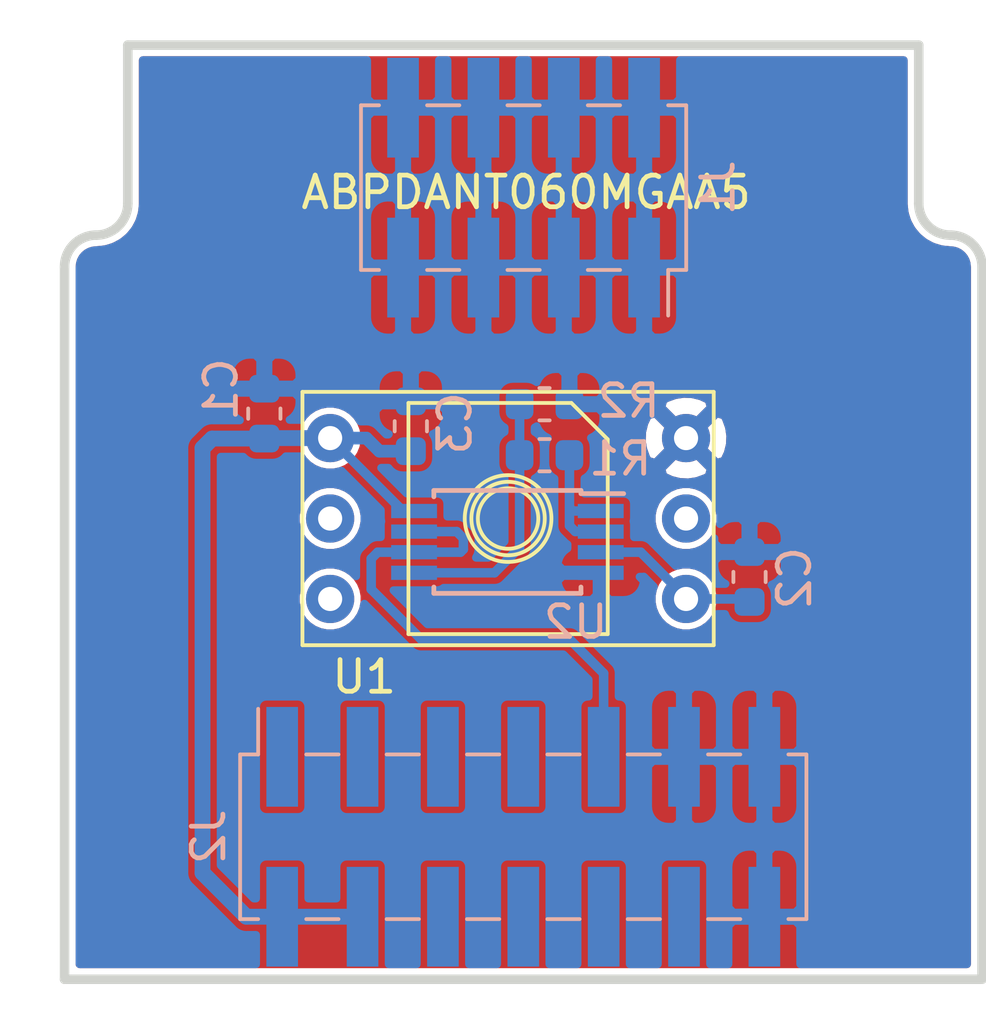
<source format=kicad_pcb>
(kicad_pcb (version 20171130) (host pcbnew 5.1.12-84ad8e8a86~92~ubuntu20.04.1)

  (general
    (thickness 1.6)
    (drawings 11)
    (tracks 43)
    (zones 0)
    (modules 9)
    (nets 17)
  )

  (page A4)
  (layers
    (0 F.Cu signal)
    (1 In1.Cu signal)
    (2 In2.Cu signal)
    (31 B.Cu signal)
    (32 B.Adhes user)
    (33 F.Adhes user)
    (34 B.Paste user)
    (35 F.Paste user)
    (36 B.SilkS user)
    (37 F.SilkS user)
    (38 B.Mask user)
    (39 F.Mask user)
    (40 Dwgs.User user)
    (41 Cmts.User user)
    (42 Eco1.User user)
    (43 Eco2.User user)
    (44 Edge.Cuts user)
    (45 Margin user)
    (46 B.CrtYd user)
    (47 F.CrtYd user)
    (48 B.Fab user hide)
    (49 F.Fab user hide)
  )

  (setup
    (last_trace_width 0.2)
    (user_trace_width 0.2)
    (user_trace_width 0.3)
    (user_trace_width 0.4)
    (user_trace_width 0.5)
    (user_trace_width 0.8)
    (user_trace_width 1)
    (user_trace_width 1.5)
    (user_trace_width 2)
    (user_trace_width 3)
    (trace_clearance 0.2)
    (zone_clearance 0.2)
    (zone_45_only yes)
    (trace_min 0.2)
    (via_size 0.8)
    (via_drill 0.4)
    (via_min_size 0.3)
    (via_min_drill 0.3)
    (user_via 0.6 0.3)
    (user_via 0.7 0.5)
    (user_via 1.2 0.8)
    (user_via 2 0.8)
    (uvia_size 0.8)
    (uvia_drill 0.4)
    (uvias_allowed no)
    (uvia_min_size 0.2)
    (uvia_min_drill 0.1)
    (edge_width 0.15)
    (segment_width 0.2)
    (pcb_text_width 0.3)
    (pcb_text_size 1.5 1.5)
    (mod_edge_width 0.15)
    (mod_text_size 1 1)
    (mod_text_width 0.15)
    (pad_size 0.6 1.65)
    (pad_drill 0)
    (pad_to_mask_clearance 0)
    (aux_axis_origin 0 0)
    (visible_elements FFFFFF7F)
    (pcbplotparams
      (layerselection 0x010fc_fffffff9)
      (usegerberextensions false)
      (usegerberattributes false)
      (usegerberadvancedattributes false)
      (creategerberjobfile false)
      (excludeedgelayer true)
      (linewidth 0.100000)
      (plotframeref false)
      (viasonmask false)
      (mode 1)
      (useauxorigin false)
      (hpglpennumber 1)
      (hpglpenspeed 20)
      (hpglpendiameter 15.000000)
      (psnegative false)
      (psa4output false)
      (plotreference true)
      (plotvalue false)
      (plotinvisibletext false)
      (padsonsilk false)
      (subtractmaskfromsilk false)
      (outputformat 1)
      (mirror false)
      (drillshape 0)
      (scaleselection 1)
      (outputdirectory "gerber/"))
  )

  (net 0 "")
  (net 1 GND)
  (net 2 "Net-(C2-Pad1)")
  (net 3 +5V)
  (net 4 +3V3)
  (net 5 /I2C_CLK)
  (net 6 /SPI_CS)
  (net 7 /I2C_SDA)
  (net 8 /SPI_CLK)
  (net 9 /Analog)
  (net 10 /SPI_MISO)
  (net 11 /SPI_MOSI)
  (net 12 "Net-(R1-Pad1)")
  (net 13 "Net-(R1-Pad2)")
  (net 14 "Net-(U1-Pad2)")
  (net 15 "Net-(U1-Pad4)")
  (net 16 "Net-(U1-Pad5)")

  (net_class Default "This is the default net class."
    (clearance 0.2)
    (trace_width 0.2)
    (via_dia 0.8)
    (via_drill 0.4)
    (uvia_dia 0.8)
    (uvia_drill 0.4)
    (add_net +3V3)
    (add_net +5V)
    (add_net /Analog)
    (add_net /I2C_CLK)
    (add_net /I2C_SDA)
    (add_net /SPI_CLK)
    (add_net /SPI_CS)
    (add_net /SPI_MISO)
    (add_net /SPI_MOSI)
    (add_net GND)
    (add_net "Net-(C2-Pad1)")
    (add_net "Net-(R1-Pad1)")
    (add_net "Net-(R1-Pad2)")
    (add_net "Net-(U1-Pad2)")
    (add_net "Net-(U1-Pad4)")
    (add_net "Net-(U1-Pad5)")
  )

  (module TH_project:DIP_AN (layer F.Cu) (tedit 61A03A88) (tstamp 5F0828B1)
    (at 112.47 45.03 270)
    (path /5F0827F7)
    (fp_text reference U1 (at 5 4.55) (layer F.SilkS)
      (effects (font (size 1 1) (thickness 0.15)))
    )
    (fp_text value ABPDANT060MGAA5 (at 4.85 -3.2) (layer F.Fab)
      (effects (font (size 1 1) (thickness 0.15)))
    )
    (fp_line (start 4 -6.5) (end 4 6.5) (layer F.SilkS) (width 0.12))
    (fp_line (start -3.65 -2) (end -2.5 -3.15) (layer F.SilkS) (width 0.12))
    (fp_line (start -3.65 3.15) (end -3.65 -2) (layer F.SilkS) (width 0.12))
    (fp_line (start 3.65 3.15) (end -3.65 3.15) (layer F.SilkS) (width 0.12))
    (fp_line (start 3.65 -3.15) (end 3.65 3.15) (layer F.SilkS) (width 0.12))
    (fp_line (start -2.5 -3.15) (end 3.65 -3.15) (layer F.SilkS) (width 0.12))
    (fp_line (start -4 6.5) (end -4 -6.5) (layer F.SilkS) (width 0.12))
    (fp_line (start 4 6.5) (end -4 6.5) (layer F.SilkS) (width 0.12))
    (fp_line (start -4 -6.5) (end 4 -6.5) (layer F.SilkS) (width 0.12))
    (fp_circle (center 0 0) (end 1.16 0) (layer F.SilkS) (width 0.12))
    (fp_circle (center 0 0) (end 0.955 0) (layer F.SilkS) (width 0.12))
    (fp_circle (center 0 0) (end 1.37 0) (layer F.SilkS) (width 0.12))
    (pad 1 thru_hole circle (at -2.54 -5.625 270) (size 1.524 1.524) (drill 0.762) (layers *.Cu *.Mask)
      (net 1 GND))
    (pad 2 thru_hole circle (at 0 -5.625 270) (size 1.524 1.524) (drill 0.762) (layers *.Cu *.Mask)
      (net 14 "Net-(U1-Pad2)"))
    (pad 3 thru_hole circle (at 2.54 -5.625 270) (size 1.524 1.524) (drill 0.762) (layers *.Cu *.Mask)
      (net 2 "Net-(C2-Pad1)"))
    (pad 4 thru_hole circle (at 2.54 5.625 270) (size 1.524 1.524) (drill 0.762) (layers *.Cu *.Mask)
      (net 15 "Net-(U1-Pad4)"))
    (pad 5 thru_hole circle (at 0 5.625 270) (size 1.524 1.524) (drill 0.762) (layers *.Cu *.Mask)
      (net 16 "Net-(U1-Pad5)"))
    (pad 6 thru_hole circle (at -2.54 5.625 270) (size 1.524 1.524) (drill 0.762) (layers *.Cu *.Mask)
      (net 3 +5V))
    (model ${KIPRJMOD}/../kicad-modules/shapes3d/abpdant005pgaa5.stp
      (offset (xyz -40 -27.55 5))
      (scale (xyz 1 1 1))
      (rotate (xyz 0 0 -90))
    )
  )

  (module Capacitor_SMD:C_0603_1608Metric (layer B.Cu) (tedit 5B301BBE) (tstamp 5EF41D47)
    (at 104.76484 41.71686 90)
    (descr "Capacitor SMD 0603 (1608 Metric), square (rectangular) end terminal, IPC_7351 nominal, (Body size source: http://www.tortai-tech.com/upload/download/2011102023233369053.pdf), generated with kicad-footprint-generator")
    (tags capacitor)
    (path /5EF4B509)
    (attr smd)
    (fp_text reference C1 (at 0.76454 -1.36906 90) (layer B.SilkS)
      (effects (font (size 1 1) (thickness 0.15)) (justify mirror))
    )
    (fp_text value 0.1u (at 0 -1.43 90) (layer B.Fab)
      (effects (font (size 1 1) (thickness 0.15)) (justify mirror))
    )
    (fp_line (start 1.48 -0.73) (end -1.48 -0.73) (layer B.CrtYd) (width 0.05))
    (fp_line (start 1.48 0.73) (end 1.48 -0.73) (layer B.CrtYd) (width 0.05))
    (fp_line (start -1.48 0.73) (end 1.48 0.73) (layer B.CrtYd) (width 0.05))
    (fp_line (start -1.48 -0.73) (end -1.48 0.73) (layer B.CrtYd) (width 0.05))
    (fp_line (start -0.162779 -0.51) (end 0.162779 -0.51) (layer B.SilkS) (width 0.12))
    (fp_line (start -0.162779 0.51) (end 0.162779 0.51) (layer B.SilkS) (width 0.12))
    (fp_line (start 0.8 -0.4) (end -0.8 -0.4) (layer B.Fab) (width 0.1))
    (fp_line (start 0.8 0.4) (end 0.8 -0.4) (layer B.Fab) (width 0.1))
    (fp_line (start -0.8 0.4) (end 0.8 0.4) (layer B.Fab) (width 0.1))
    (fp_line (start -0.8 -0.4) (end -0.8 0.4) (layer B.Fab) (width 0.1))
    (fp_text user %R (at 0 0 90) (layer B.Fab)
      (effects (font (size 0.4 0.4) (thickness 0.06)) (justify mirror))
    )
    (pad 1 smd roundrect (at -0.7875 0 90) (size 0.875 0.95) (layers B.Cu B.Paste B.Mask) (roundrect_rratio 0.25)
      (net 3 +5V))
    (pad 2 smd roundrect (at 0.7875 0 90) (size 0.875 0.95) (layers B.Cu B.Paste B.Mask) (roundrect_rratio 0.25)
      (net 1 GND))
    (model ${KISYS3DMOD}/Capacitor_SMD.3dshapes/C_0603_1608Metric.wrl
      (at (xyz 0 0 0))
      (scale (xyz 1 1 1))
      (rotate (xyz 0 0 0))
    )
  )

  (module Capacitor_SMD:C_0603_1608Metric (layer B.Cu) (tedit 5B301BBE) (tstamp 5EFE74DE)
    (at 120.10136 46.8757 90)
    (descr "Capacitor SMD 0603 (1608 Metric), square (rectangular) end terminal, IPC_7351 nominal, (Body size source: http://www.tortai-tech.com/upload/download/2011102023233369053.pdf), generated with kicad-footprint-generator")
    (tags capacitor)
    (path /5EF4E99C)
    (attr smd)
    (fp_text reference C2 (at -0.04 1.42 90) (layer B.SilkS)
      (effects (font (size 1 1) (thickness 0.15)) (justify mirror))
    )
    (fp_text value 1n (at 0 -1.43 90) (layer B.Fab)
      (effects (font (size 1 1) (thickness 0.15)) (justify mirror))
    )
    (fp_line (start -0.8 -0.4) (end -0.8 0.4) (layer B.Fab) (width 0.1))
    (fp_line (start -0.8 0.4) (end 0.8 0.4) (layer B.Fab) (width 0.1))
    (fp_line (start 0.8 0.4) (end 0.8 -0.4) (layer B.Fab) (width 0.1))
    (fp_line (start 0.8 -0.4) (end -0.8 -0.4) (layer B.Fab) (width 0.1))
    (fp_line (start -0.162779 0.51) (end 0.162779 0.51) (layer B.SilkS) (width 0.12))
    (fp_line (start -0.162779 -0.51) (end 0.162779 -0.51) (layer B.SilkS) (width 0.12))
    (fp_line (start -1.48 -0.73) (end -1.48 0.73) (layer B.CrtYd) (width 0.05))
    (fp_line (start -1.48 0.73) (end 1.48 0.73) (layer B.CrtYd) (width 0.05))
    (fp_line (start 1.48 0.73) (end 1.48 -0.73) (layer B.CrtYd) (width 0.05))
    (fp_line (start 1.48 -0.73) (end -1.48 -0.73) (layer B.CrtYd) (width 0.05))
    (fp_text user %R (at 0 0 90) (layer B.Fab)
      (effects (font (size 0.4 0.4) (thickness 0.06)) (justify mirror))
    )
    (pad 2 smd roundrect (at 0.7875 0 90) (size 0.875 0.95) (layers B.Cu B.Paste B.Mask) (roundrect_rratio 0.25)
      (net 1 GND))
    (pad 1 smd roundrect (at -0.7875 0 90) (size 0.875 0.95) (layers B.Cu B.Paste B.Mask) (roundrect_rratio 0.25)
      (net 2 "Net-(C2-Pad1)"))
    (model ${KISYS3DMOD}/Capacitor_SMD.3dshapes/C_0603_1608Metric.wrl
      (at (xyz 0 0 0))
      (scale (xyz 1 1 1))
      (rotate (xyz 0 0 0))
    )
  )

  (module Resistor_SMD:R_0603_1608Metric (layer B.Cu) (tedit 5B301BBD) (tstamp 5F07E957)
    (at 113.62182 43.03014)
    (descr "Resistor SMD 0603 (1608 Metric), square (rectangular) end terminal, IPC_7351 nominal, (Body size source: http://www.tortai-tech.com/upload/download/2011102023233369053.pdf), generated with kicad-footprint-generator")
    (tags resistor)
    (path /5EF4514E)
    (attr smd)
    (fp_text reference R1 (at 2.39522 0.1143) (layer B.SilkS)
      (effects (font (size 1 1) (thickness 0.15)) (justify mirror))
    )
    (fp_text value 11k3 (at 0 -1.43) (layer B.Fab)
      (effects (font (size 1 1) (thickness 0.15)) (justify mirror))
    )
    (fp_line (start 1.48 -0.73) (end -1.48 -0.73) (layer B.CrtYd) (width 0.05))
    (fp_line (start 1.48 0.73) (end 1.48 -0.73) (layer B.CrtYd) (width 0.05))
    (fp_line (start -1.48 0.73) (end 1.48 0.73) (layer B.CrtYd) (width 0.05))
    (fp_line (start -1.48 -0.73) (end -1.48 0.73) (layer B.CrtYd) (width 0.05))
    (fp_line (start -0.162779 -0.51) (end 0.162779 -0.51) (layer B.SilkS) (width 0.12))
    (fp_line (start -0.162779 0.51) (end 0.162779 0.51) (layer B.SilkS) (width 0.12))
    (fp_line (start 0.8 -0.4) (end -0.8 -0.4) (layer B.Fab) (width 0.1))
    (fp_line (start 0.8 0.4) (end 0.8 -0.4) (layer B.Fab) (width 0.1))
    (fp_line (start -0.8 0.4) (end 0.8 0.4) (layer B.Fab) (width 0.1))
    (fp_line (start -0.8 -0.4) (end -0.8 0.4) (layer B.Fab) (width 0.1))
    (fp_text user %R (at 0 0) (layer B.Fab)
      (effects (font (size 0.4 0.4) (thickness 0.06)) (justify mirror))
    )
    (pad 1 smd roundrect (at -0.7875 0) (size 0.875 0.95) (layers B.Cu B.Paste B.Mask) (roundrect_rratio 0.25)
      (net 12 "Net-(R1-Pad1)"))
    (pad 2 smd roundrect (at 0.7875 0) (size 0.875 0.95) (layers B.Cu B.Paste B.Mask) (roundrect_rratio 0.25)
      (net 13 "Net-(R1-Pad2)"))
    (model ${KISYS3DMOD}/Resistor_SMD.3dshapes/R_0603_1608Metric.wrl
      (at (xyz 0 0 0))
      (scale (xyz 1 1 1))
      (rotate (xyz 0 0 0))
    )
  )

  (module Resistor_SMD:R_0603_1608Metric (layer B.Cu) (tedit 5B301BBD) (tstamp 5F07E987)
    (at 113.62182 41.41978)
    (descr "Resistor SMD 0603 (1608 Metric), square (rectangular) end terminal, IPC_7351 nominal, (Body size source: http://www.tortai-tech.com/upload/download/2011102023233369053.pdf), generated with kicad-footprint-generator")
    (tags resistor)
    (path /5EF45EC3)
    (attr smd)
    (fp_text reference R2 (at 2.65684 -0.1016) (layer B.SilkS)
      (effects (font (size 1 1) (thickness 0.15)) (justify mirror))
    )
    (fp_text value 22k (at 0 -1.43) (layer B.Fab)
      (effects (font (size 1 1) (thickness 0.15)) (justify mirror))
    )
    (fp_line (start -0.8 -0.4) (end -0.8 0.4) (layer B.Fab) (width 0.1))
    (fp_line (start -0.8 0.4) (end 0.8 0.4) (layer B.Fab) (width 0.1))
    (fp_line (start 0.8 0.4) (end 0.8 -0.4) (layer B.Fab) (width 0.1))
    (fp_line (start 0.8 -0.4) (end -0.8 -0.4) (layer B.Fab) (width 0.1))
    (fp_line (start -0.162779 0.51) (end 0.162779 0.51) (layer B.SilkS) (width 0.12))
    (fp_line (start -0.162779 -0.51) (end 0.162779 -0.51) (layer B.SilkS) (width 0.12))
    (fp_line (start -1.48 -0.73) (end -1.48 0.73) (layer B.CrtYd) (width 0.05))
    (fp_line (start -1.48 0.73) (end 1.48 0.73) (layer B.CrtYd) (width 0.05))
    (fp_line (start 1.48 0.73) (end 1.48 -0.73) (layer B.CrtYd) (width 0.05))
    (fp_line (start 1.48 -0.73) (end -1.48 -0.73) (layer B.CrtYd) (width 0.05))
    (fp_text user %R (at 0 0) (layer B.Fab)
      (effects (font (size 0.4 0.4) (thickness 0.06)) (justify mirror))
    )
    (pad 2 smd roundrect (at 0.7875 0) (size 0.875 0.95) (layers B.Cu B.Paste B.Mask) (roundrect_rratio 0.25)
      (net 1 GND))
    (pad 1 smd roundrect (at -0.7875 0) (size 0.875 0.95) (layers B.Cu B.Paste B.Mask) (roundrect_rratio 0.25)
      (net 12 "Net-(R1-Pad1)"))
    (model ${KISYS3DMOD}/Resistor_SMD.3dshapes/R_0603_1608Metric.wrl
      (at (xyz 0 0 0))
      (scale (xyz 1 1 1))
      (rotate (xyz 0 0 0))
    )
  )

  (module Connector_PinHeader_2.54mm:PinHeader_2x07_P2.54mm_Vertical_SMD (layer B.Cu) (tedit 59FED5CC) (tstamp 5EF49BE1)
    (at 112.95 55.08 270)
    (descr "surface-mounted straight pin header, 2x07, 2.54mm pitch, double rows")
    (tags "Surface mounted pin header SMD 2x07 2.54mm double row")
    (path /5EF420CD)
    (attr smd)
    (fp_text reference J2 (at 0 9.95 90) (layer B.SilkS)
      (effects (font (size 1 1) (thickness 0.15)) (justify mirror))
    )
    (fp_text value Conn_02x07_Odd_Even (at 0 -9.95 90) (layer B.Fab)
      (effects (font (size 1 1) (thickness 0.15)) (justify mirror))
    )
    (fp_line (start 5.9 9.4) (end -5.9 9.4) (layer B.CrtYd) (width 0.05))
    (fp_line (start 5.9 -9.4) (end 5.9 9.4) (layer B.CrtYd) (width 0.05))
    (fp_line (start -5.9 -9.4) (end 5.9 -9.4) (layer B.CrtYd) (width 0.05))
    (fp_line (start -5.9 9.4) (end -5.9 -9.4) (layer B.CrtYd) (width 0.05))
    (fp_line (start 2.6 -5.84) (end 2.6 -6.86) (layer B.SilkS) (width 0.12))
    (fp_line (start -2.6 -5.84) (end -2.6 -6.86) (layer B.SilkS) (width 0.12))
    (fp_line (start 2.6 -3.3) (end 2.6 -4.32) (layer B.SilkS) (width 0.12))
    (fp_line (start -2.6 -3.3) (end -2.6 -4.32) (layer B.SilkS) (width 0.12))
    (fp_line (start 2.6 -0.76) (end 2.6 -1.78) (layer B.SilkS) (width 0.12))
    (fp_line (start -2.6 -0.76) (end -2.6 -1.78) (layer B.SilkS) (width 0.12))
    (fp_line (start 2.6 1.78) (end 2.6 0.76) (layer B.SilkS) (width 0.12))
    (fp_line (start -2.6 1.78) (end -2.6 0.76) (layer B.SilkS) (width 0.12))
    (fp_line (start 2.6 4.32) (end 2.6 3.3) (layer B.SilkS) (width 0.12))
    (fp_line (start -2.6 4.32) (end -2.6 3.3) (layer B.SilkS) (width 0.12))
    (fp_line (start 2.6 6.86) (end 2.6 5.84) (layer B.SilkS) (width 0.12))
    (fp_line (start -2.6 6.86) (end -2.6 5.84) (layer B.SilkS) (width 0.12))
    (fp_line (start 2.6 -8.38) (end 2.6 -8.95) (layer B.SilkS) (width 0.12))
    (fp_line (start -2.6 -8.38) (end -2.6 -8.95) (layer B.SilkS) (width 0.12))
    (fp_line (start 2.6 8.95) (end 2.6 8.38) (layer B.SilkS) (width 0.12))
    (fp_line (start -2.6 8.95) (end -2.6 8.38) (layer B.SilkS) (width 0.12))
    (fp_line (start -4.04 8.38) (end -2.6 8.38) (layer B.SilkS) (width 0.12))
    (fp_line (start -2.6 -8.95) (end 2.6 -8.95) (layer B.SilkS) (width 0.12))
    (fp_line (start -2.6 8.95) (end 2.6 8.95) (layer B.SilkS) (width 0.12))
    (fp_line (start 3.6 -7.94) (end 2.54 -7.94) (layer B.Fab) (width 0.1))
    (fp_line (start 3.6 -7.3) (end 3.6 -7.94) (layer B.Fab) (width 0.1))
    (fp_line (start 2.54 -7.3) (end 3.6 -7.3) (layer B.Fab) (width 0.1))
    (fp_line (start -3.6 -7.94) (end -2.54 -7.94) (layer B.Fab) (width 0.1))
    (fp_line (start -3.6 -7.3) (end -3.6 -7.94) (layer B.Fab) (width 0.1))
    (fp_line (start -2.54 -7.3) (end -3.6 -7.3) (layer B.Fab) (width 0.1))
    (fp_line (start 3.6 -5.4) (end 2.54 -5.4) (layer B.Fab) (width 0.1))
    (fp_line (start 3.6 -4.76) (end 3.6 -5.4) (layer B.Fab) (width 0.1))
    (fp_line (start 2.54 -4.76) (end 3.6 -4.76) (layer B.Fab) (width 0.1))
    (fp_line (start -3.6 -5.4) (end -2.54 -5.4) (layer B.Fab) (width 0.1))
    (fp_line (start -3.6 -4.76) (end -3.6 -5.4) (layer B.Fab) (width 0.1))
    (fp_line (start -2.54 -4.76) (end -3.6 -4.76) (layer B.Fab) (width 0.1))
    (fp_line (start 3.6 -2.86) (end 2.54 -2.86) (layer B.Fab) (width 0.1))
    (fp_line (start 3.6 -2.22) (end 3.6 -2.86) (layer B.Fab) (width 0.1))
    (fp_line (start 2.54 -2.22) (end 3.6 -2.22) (layer B.Fab) (width 0.1))
    (fp_line (start -3.6 -2.86) (end -2.54 -2.86) (layer B.Fab) (width 0.1))
    (fp_line (start -3.6 -2.22) (end -3.6 -2.86) (layer B.Fab) (width 0.1))
    (fp_line (start -2.54 -2.22) (end -3.6 -2.22) (layer B.Fab) (width 0.1))
    (fp_line (start 3.6 -0.32) (end 2.54 -0.32) (layer B.Fab) (width 0.1))
    (fp_line (start 3.6 0.32) (end 3.6 -0.32) (layer B.Fab) (width 0.1))
    (fp_line (start 2.54 0.32) (end 3.6 0.32) (layer B.Fab) (width 0.1))
    (fp_line (start -3.6 -0.32) (end -2.54 -0.32) (layer B.Fab) (width 0.1))
    (fp_line (start -3.6 0.32) (end -3.6 -0.32) (layer B.Fab) (width 0.1))
    (fp_line (start -2.54 0.32) (end -3.6 0.32) (layer B.Fab) (width 0.1))
    (fp_line (start 3.6 2.22) (end 2.54 2.22) (layer B.Fab) (width 0.1))
    (fp_line (start 3.6 2.86) (end 3.6 2.22) (layer B.Fab) (width 0.1))
    (fp_line (start 2.54 2.86) (end 3.6 2.86) (layer B.Fab) (width 0.1))
    (fp_line (start -3.6 2.22) (end -2.54 2.22) (layer B.Fab) (width 0.1))
    (fp_line (start -3.6 2.86) (end -3.6 2.22) (layer B.Fab) (width 0.1))
    (fp_line (start -2.54 2.86) (end -3.6 2.86) (layer B.Fab) (width 0.1))
    (fp_line (start 3.6 4.76) (end 2.54 4.76) (layer B.Fab) (width 0.1))
    (fp_line (start 3.6 5.4) (end 3.6 4.76) (layer B.Fab) (width 0.1))
    (fp_line (start 2.54 5.4) (end 3.6 5.4) (layer B.Fab) (width 0.1))
    (fp_line (start -3.6 4.76) (end -2.54 4.76) (layer B.Fab) (width 0.1))
    (fp_line (start -3.6 5.4) (end -3.6 4.76) (layer B.Fab) (width 0.1))
    (fp_line (start -2.54 5.4) (end -3.6 5.4) (layer B.Fab) (width 0.1))
    (fp_line (start 3.6 7.3) (end 2.54 7.3) (layer B.Fab) (width 0.1))
    (fp_line (start 3.6 7.94) (end 3.6 7.3) (layer B.Fab) (width 0.1))
    (fp_line (start 2.54 7.94) (end 3.6 7.94) (layer B.Fab) (width 0.1))
    (fp_line (start -3.6 7.3) (end -2.54 7.3) (layer B.Fab) (width 0.1))
    (fp_line (start -3.6 7.94) (end -3.6 7.3) (layer B.Fab) (width 0.1))
    (fp_line (start -2.54 7.94) (end -3.6 7.94) (layer B.Fab) (width 0.1))
    (fp_line (start 2.54 8.89) (end 2.54 -8.89) (layer B.Fab) (width 0.1))
    (fp_line (start -2.54 7.94) (end -1.59 8.89) (layer B.Fab) (width 0.1))
    (fp_line (start -2.54 -8.89) (end -2.54 7.94) (layer B.Fab) (width 0.1))
    (fp_line (start -1.59 8.89) (end 2.54 8.89) (layer B.Fab) (width 0.1))
    (fp_line (start 2.54 -8.89) (end -2.54 -8.89) (layer B.Fab) (width 0.1))
    (fp_text user %R (at 0 0 180) (layer B.Fab)
      (effects (font (size 1 1) (thickness 0.15)) (justify mirror))
    )
    (pad 1 smd rect (at -2.525 7.62 270) (size 3.15 1) (layers B.Cu B.Paste B.Mask)
      (net 4 +3V3))
    (pad 2 smd rect (at 2.525 7.62 270) (size 3.15 1) (layers B.Cu B.Paste B.Mask)
      (net 3 +5V))
    (pad 3 smd rect (at -2.525 5.08 270) (size 3.15 1) (layers B.Cu B.Paste B.Mask)
      (net 4 +3V3))
    (pad 4 smd rect (at 2.525 5.08 270) (size 3.15 1) (layers B.Cu B.Paste B.Mask)
      (net 3 +5V))
    (pad 5 smd rect (at -2.525 2.54 270) (size 3.15 1) (layers B.Cu B.Paste B.Mask)
      (net 5 /I2C_CLK))
    (pad 6 smd rect (at 2.525 2.54 270) (size 3.15 1) (layers B.Cu B.Paste B.Mask)
      (net 6 /SPI_CS))
    (pad 7 smd rect (at -2.525 0 270) (size 3.15 1) (layers B.Cu B.Paste B.Mask)
      (net 7 /I2C_SDA))
    (pad 8 smd rect (at 2.525 0 270) (size 3.15 1) (layers B.Cu B.Paste B.Mask)
      (net 8 /SPI_CLK))
    (pad 9 smd rect (at -2.525 -2.54 270) (size 3.15 1) (layers B.Cu B.Paste B.Mask)
      (net 9 /Analog))
    (pad 10 smd rect (at 2.525 -2.54 270) (size 3.15 1) (layers B.Cu B.Paste B.Mask)
      (net 10 /SPI_MISO))
    (pad 11 smd rect (at -2.525 -5.08 270) (size 3.15 1) (layers B.Cu B.Paste B.Mask)
      (net 1 GND))
    (pad 12 smd rect (at 2.525 -5.08 270) (size 3.15 1) (layers B.Cu B.Paste B.Mask)
      (net 11 /SPI_MOSI))
    (pad 13 smd rect (at -2.525 -7.62 270) (size 3.15 1) (layers B.Cu B.Paste B.Mask)
      (net 1 GND))
    (pad 14 smd rect (at 2.525 -7.62 270) (size 3.15 1) (layers B.Cu B.Paste B.Mask)
      (net 1 GND))
    (model ${KISYS3DMOD}/Connector_PinHeader_2.54mm.3dshapes/PinHeader_2x07_P2.54mm_Vertical_SMD.wrl
      (at (xyz 0 0 0))
      (scale (xyz 1 1 1))
      (rotate (xyz 0 0 0))
    )
  )

  (module Connector_PinHeader_2.54mm:PinHeader_2x04_P2.54mm_Vertical_SMD locked (layer B.Cu) (tedit 59FED5CC) (tstamp 5EF49E0D)
    (at 112.96 34.58 90)
    (descr "surface-mounted straight pin header, 2x04, 2.54mm pitch, double rows")
    (tags "Surface mounted pin header SMD 2x04 2.54mm double row")
    (path /5EF3F442)
    (attr smd)
    (fp_text reference J1 (at 0 6.14 90) (layer B.SilkS)
      (effects (font (size 1 1) (thickness 0.15)) (justify mirror))
    )
    (fp_text value Conn_02x04_Odd_Even (at 0 -6.14 90) (layer B.Fab)
      (effects (font (size 1 1) (thickness 0.15)) (justify mirror))
    )
    (fp_line (start 5.9 5.6) (end -5.9 5.6) (layer B.CrtYd) (width 0.05))
    (fp_line (start 5.9 -5.6) (end 5.9 5.6) (layer B.CrtYd) (width 0.05))
    (fp_line (start -5.9 -5.6) (end 5.9 -5.6) (layer B.CrtYd) (width 0.05))
    (fp_line (start -5.9 5.6) (end -5.9 -5.6) (layer B.CrtYd) (width 0.05))
    (fp_line (start 2.6 -2.03) (end 2.6 -3.05) (layer B.SilkS) (width 0.12))
    (fp_line (start -2.6 -2.03) (end -2.6 -3.05) (layer B.SilkS) (width 0.12))
    (fp_line (start 2.6 0.51) (end 2.6 -0.51) (layer B.SilkS) (width 0.12))
    (fp_line (start -2.6 0.51) (end -2.6 -0.51) (layer B.SilkS) (width 0.12))
    (fp_line (start 2.6 3.05) (end 2.6 2.03) (layer B.SilkS) (width 0.12))
    (fp_line (start -2.6 3.05) (end -2.6 2.03) (layer B.SilkS) (width 0.12))
    (fp_line (start 2.6 -4.57) (end 2.6 -5.14) (layer B.SilkS) (width 0.12))
    (fp_line (start -2.6 -4.57) (end -2.6 -5.14) (layer B.SilkS) (width 0.12))
    (fp_line (start 2.6 5.14) (end 2.6 4.57) (layer B.SilkS) (width 0.12))
    (fp_line (start -2.6 5.14) (end -2.6 4.57) (layer B.SilkS) (width 0.12))
    (fp_line (start -4.04 4.57) (end -2.6 4.57) (layer B.SilkS) (width 0.12))
    (fp_line (start -2.6 -5.14) (end 2.6 -5.14) (layer B.SilkS) (width 0.12))
    (fp_line (start -2.6 5.14) (end 2.6 5.14) (layer B.SilkS) (width 0.12))
    (fp_line (start 3.6 -4.13) (end 2.54 -4.13) (layer B.Fab) (width 0.1))
    (fp_line (start 3.6 -3.49) (end 3.6 -4.13) (layer B.Fab) (width 0.1))
    (fp_line (start 2.54 -3.49) (end 3.6 -3.49) (layer B.Fab) (width 0.1))
    (fp_line (start -3.6 -4.13) (end -2.54 -4.13) (layer B.Fab) (width 0.1))
    (fp_line (start -3.6 -3.49) (end -3.6 -4.13) (layer B.Fab) (width 0.1))
    (fp_line (start -2.54 -3.49) (end -3.6 -3.49) (layer B.Fab) (width 0.1))
    (fp_line (start 3.6 -1.59) (end 2.54 -1.59) (layer B.Fab) (width 0.1))
    (fp_line (start 3.6 -0.95) (end 3.6 -1.59) (layer B.Fab) (width 0.1))
    (fp_line (start 2.54 -0.95) (end 3.6 -0.95) (layer B.Fab) (width 0.1))
    (fp_line (start -3.6 -1.59) (end -2.54 -1.59) (layer B.Fab) (width 0.1))
    (fp_line (start -3.6 -0.95) (end -3.6 -1.59) (layer B.Fab) (width 0.1))
    (fp_line (start -2.54 -0.95) (end -3.6 -0.95) (layer B.Fab) (width 0.1))
    (fp_line (start 3.6 0.95) (end 2.54 0.95) (layer B.Fab) (width 0.1))
    (fp_line (start 3.6 1.59) (end 3.6 0.95) (layer B.Fab) (width 0.1))
    (fp_line (start 2.54 1.59) (end 3.6 1.59) (layer B.Fab) (width 0.1))
    (fp_line (start -3.6 0.95) (end -2.54 0.95) (layer B.Fab) (width 0.1))
    (fp_line (start -3.6 1.59) (end -3.6 0.95) (layer B.Fab) (width 0.1))
    (fp_line (start -2.54 1.59) (end -3.6 1.59) (layer B.Fab) (width 0.1))
    (fp_line (start 3.6 3.49) (end 2.54 3.49) (layer B.Fab) (width 0.1))
    (fp_line (start 3.6 4.13) (end 3.6 3.49) (layer B.Fab) (width 0.1))
    (fp_line (start 2.54 4.13) (end 3.6 4.13) (layer B.Fab) (width 0.1))
    (fp_line (start -3.6 3.49) (end -2.54 3.49) (layer B.Fab) (width 0.1))
    (fp_line (start -3.6 4.13) (end -3.6 3.49) (layer B.Fab) (width 0.1))
    (fp_line (start -2.54 4.13) (end -3.6 4.13) (layer B.Fab) (width 0.1))
    (fp_line (start 2.54 5.08) (end 2.54 -5.08) (layer B.Fab) (width 0.1))
    (fp_line (start -2.54 4.13) (end -1.59 5.08) (layer B.Fab) (width 0.1))
    (fp_line (start -2.54 -5.08) (end -2.54 4.13) (layer B.Fab) (width 0.1))
    (fp_line (start -1.59 5.08) (end 2.54 5.08) (layer B.Fab) (width 0.1))
    (fp_line (start 2.54 -5.08) (end -2.54 -5.08) (layer B.Fab) (width 0.1))
    (fp_text user %R (at 0 0 180) (layer B.Fab)
      (effects (font (size 1 1) (thickness 0.15)) (justify mirror))
    )
    (pad 1 smd rect (at -2.525 3.81 90) (size 3.15 1) (layers B.Cu B.Paste B.Mask)
      (net 1 GND))
    (pad 2 smd rect (at 2.525 3.81 90) (size 3.15 1) (layers B.Cu B.Paste B.Mask)
      (net 1 GND))
    (pad 3 smd rect (at -2.525 1.27 90) (size 3.15 1) (layers B.Cu B.Paste B.Mask)
      (net 1 GND))
    (pad 4 smd rect (at 2.525 1.27 90) (size 3.15 1) (layers B.Cu B.Paste B.Mask)
      (net 1 GND))
    (pad 5 smd rect (at -2.525 -1.27 90) (size 3.15 1) (layers B.Cu B.Paste B.Mask)
      (net 1 GND))
    (pad 6 smd rect (at 2.525 -1.27 90) (size 3.15 1) (layers B.Cu B.Paste B.Mask)
      (net 1 GND))
    (pad 7 smd rect (at -2.525 -3.81 90) (size 3.15 1) (layers B.Cu B.Paste B.Mask)
      (net 1 GND))
    (pad 8 smd rect (at 2.525 -3.81 90) (size 3.15 1) (layers B.Cu B.Paste B.Mask)
      (net 1 GND))
    (model ${KISYS3DMOD}/Connector_PinHeader_2.54mm.3dshapes/PinHeader_2x04_P2.54mm_Vertical_SMD.wrl
      (at (xyz 0 0 0))
      (scale (xyz 1 1 1))
      (rotate (xyz 0 0 0))
    )
  )

  (module Package_SO:TSSOP-8_4.4x3mm_P0.65mm (layer B.Cu) (tedit 5A02F25C) (tstamp 5F07E9C6)
    (at 112.44834 45.76826 180)
    (descr "8-Lead Plastic Thin Shrink Small Outline (ST)-4.4 mm Body [TSSOP] (see Microchip Packaging Specification 00000049BS.pdf)")
    (tags "SSOP 0.65")
    (path /5EFE46C6)
    (attr smd)
    (fp_text reference U2 (at -2.15646 -2.52984) (layer B.SilkS)
      (effects (font (size 1 1) (thickness 0.15)) (justify mirror))
    )
    (fp_text value LM358 (at 0 -2.55) (layer B.Fab)
      (effects (font (size 1 1) (thickness 0.15)) (justify mirror))
    )
    (fp_line (start -2.325 1.525) (end -3.675 1.525) (layer B.SilkS) (width 0.15))
    (fp_line (start -2.325 -1.625) (end 2.325 -1.625) (layer B.SilkS) (width 0.15))
    (fp_line (start -2.325 1.625) (end 2.325 1.625) (layer B.SilkS) (width 0.15))
    (fp_line (start -2.325 -1.625) (end -2.325 -1.425) (layer B.SilkS) (width 0.15))
    (fp_line (start 2.325 -1.625) (end 2.325 -1.425) (layer B.SilkS) (width 0.15))
    (fp_line (start 2.325 1.625) (end 2.325 1.425) (layer B.SilkS) (width 0.15))
    (fp_line (start -2.325 1.625) (end -2.325 1.525) (layer B.SilkS) (width 0.15))
    (fp_line (start -3.95 -1.8) (end 3.95 -1.8) (layer B.CrtYd) (width 0.05))
    (fp_line (start -3.95 1.8) (end 3.95 1.8) (layer B.CrtYd) (width 0.05))
    (fp_line (start 3.95 1.8) (end 3.95 -1.8) (layer B.CrtYd) (width 0.05))
    (fp_line (start -3.95 1.8) (end -3.95 -1.8) (layer B.CrtYd) (width 0.05))
    (fp_line (start -2.2 0.5) (end -1.2 1.5) (layer B.Fab) (width 0.15))
    (fp_line (start -2.2 -1.5) (end -2.2 0.5) (layer B.Fab) (width 0.15))
    (fp_line (start 2.2 -1.5) (end -2.2 -1.5) (layer B.Fab) (width 0.15))
    (fp_line (start 2.2 1.5) (end 2.2 -1.5) (layer B.Fab) (width 0.15))
    (fp_line (start -1.2 1.5) (end 2.2 1.5) (layer B.Fab) (width 0.15))
    (fp_text user %R (at 0 0) (layer B.Fab)
      (effects (font (size 0.7 0.7) (thickness 0.15)) (justify mirror))
    )
    (pad 1 smd rect (at -2.95 0.975 180) (size 1.45 0.45) (layers B.Cu B.Paste B.Mask)
      (net 13 "Net-(R1-Pad2)"))
    (pad 2 smd rect (at -2.95 0.325 180) (size 1.45 0.45) (layers B.Cu B.Paste B.Mask)
      (net 13 "Net-(R1-Pad2)"))
    (pad 3 smd rect (at -2.95 -0.325 180) (size 1.45 0.45) (layers B.Cu B.Paste B.Mask)
      (net 2 "Net-(C2-Pad1)"))
    (pad 4 smd rect (at -2.95 -0.975 180) (size 1.45 0.45) (layers B.Cu B.Paste B.Mask)
      (net 1 GND))
    (pad 5 smd rect (at 2.95 -0.975 180) (size 1.45 0.45) (layers B.Cu B.Paste B.Mask)
      (net 12 "Net-(R1-Pad1)"))
    (pad 6 smd rect (at 2.95 -0.325 180) (size 1.45 0.45) (layers B.Cu B.Paste B.Mask)
      (net 9 /Analog))
    (pad 7 smd rect (at 2.95 0.325 180) (size 1.45 0.45) (layers B.Cu B.Paste B.Mask)
      (net 9 /Analog))
    (pad 8 smd rect (at 2.95 0.975 180) (size 1.45 0.45) (layers B.Cu B.Paste B.Mask)
      (net 3 +5V))
    (model ${KISYS3DMOD}/Package_SO.3dshapes/TSSOP-8_4.4x3mm_P0.65mm.wrl
      (at (xyz 0 0 0))
      (scale (xyz 1 1 1))
      (rotate (xyz 0 0 0))
    )
  )

  (module Capacitor_SMD:C_0603_1608Metric (layer B.Cu) (tedit 5B301BBE) (tstamp 5F07E424)
    (at 109.39526 42.11574 90)
    (descr "Capacitor SMD 0603 (1608 Metric), square (rectangular) end terminal, IPC_7351 nominal, (Body size source: http://www.tortai-tech.com/upload/download/2011102023233369053.pdf), generated with kicad-footprint-generator")
    (tags capacitor)
    (path /5F080BFC)
    (attr smd)
    (fp_text reference C3 (at 0.09398 1.39446 90) (layer B.SilkS)
      (effects (font (size 1 1) (thickness 0.15)) (justify mirror))
    )
    (fp_text value 0.1u (at 0 -1.43 90) (layer B.Fab)
      (effects (font (size 1 1) (thickness 0.15)) (justify mirror))
    )
    (fp_line (start 1.48 -0.73) (end -1.48 -0.73) (layer B.CrtYd) (width 0.05))
    (fp_line (start 1.48 0.73) (end 1.48 -0.73) (layer B.CrtYd) (width 0.05))
    (fp_line (start -1.48 0.73) (end 1.48 0.73) (layer B.CrtYd) (width 0.05))
    (fp_line (start -1.48 -0.73) (end -1.48 0.73) (layer B.CrtYd) (width 0.05))
    (fp_line (start -0.162779 -0.51) (end 0.162779 -0.51) (layer B.SilkS) (width 0.12))
    (fp_line (start -0.162779 0.51) (end 0.162779 0.51) (layer B.SilkS) (width 0.12))
    (fp_line (start 0.8 -0.4) (end -0.8 -0.4) (layer B.Fab) (width 0.1))
    (fp_line (start 0.8 0.4) (end 0.8 -0.4) (layer B.Fab) (width 0.1))
    (fp_line (start -0.8 0.4) (end 0.8 0.4) (layer B.Fab) (width 0.1))
    (fp_line (start -0.8 -0.4) (end -0.8 0.4) (layer B.Fab) (width 0.1))
    (fp_text user %R (at 0 0 90) (layer B.Fab)
      (effects (font (size 0.4 0.4) (thickness 0.06)) (justify mirror))
    )
    (pad 1 smd roundrect (at -0.7875 0 90) (size 0.875 0.95) (layers B.Cu B.Paste B.Mask) (roundrect_rratio 0.25)
      (net 3 +5V))
    (pad 2 smd roundrect (at 0.7875 0 90) (size 0.875 0.95) (layers B.Cu B.Paste B.Mask) (roundrect_rratio 0.25)
      (net 1 GND))
    (model ${KISYS3DMOD}/Capacitor_SMD.3dshapes/C_0603_1608Metric.wrl
      (at (xyz 0 0 0))
      (scale (xyz 1 1 1))
      (rotate (xyz 0 0 0))
    )
  )

  (gr_text ABPDANT060MGAA5 (at 113.04 34.73) (layer F.SilkS)
    (effects (font (size 1 1) (thickness 0.15)))
  )
  (gr_arc (start 99.45 35.08) (end 99.45 36.08) (angle -90) (layer Edge.Cuts) (width 0.3) (tstamp 5EF415DC))
  (gr_arc (start 99.45 37.08) (end 99.45 36.08) (angle -90) (layer Edge.Cuts) (width 0.3) (tstamp 5EF415DB))
  (gr_line (start 100.45 35.08) (end 100.45 30.08) (layer Edge.Cuts) (width 0.3) (tstamp 5EF415DA))
  (gr_line (start 98.45 37.08) (end 98.45 59.58) (layer Edge.Cuts) (width 0.3) (tstamp 5EF415D9))
  (gr_line (start 100.45 30.08) (end 125.45 30.08) (layer Edge.Cuts) (width 0.3) (tstamp 5EF415D8))
  (gr_line (start 125.45 30.08) (end 125.45 35.08) (layer Edge.Cuts) (width 0.3) (tstamp 5EF415D7))
  (gr_arc (start 126.45 35.08) (end 125.45 35.08) (angle -90) (layer Edge.Cuts) (width 0.3) (tstamp 5EF415D6))
  (gr_arc (start 126.45 37.08) (end 127.45 37.08) (angle -90) (layer Edge.Cuts) (width 0.3) (tstamp 5EF415D5))
  (gr_line (start 127.45 37.08) (end 127.45 59.58) (layer Edge.Cuts) (width 0.3) (tstamp 5EF415D4))
  (gr_line (start 127.45 59.58) (end 98.45 59.58) (layer Edge.Cuts) (width 0.3) (tstamp 5EF415D3))

  (segment (start 120.00816 47.57) (end 120.10136 47.6632) (width 0.3) (layer B.Cu) (net 2))
  (segment (start 118.095 47.57) (end 120.00816 47.57) (width 0.3) (layer B.Cu) (net 2))
  (segment (start 115.39834 46.09326) (end 116.66208 46.09326) (width 0.3) (layer B.Cu) (net 2))
  (segment (start 118.095 47.52618) (end 118.095 47.57) (width 0.3) (layer B.Cu) (net 2))
  (segment (start 116.66208 46.09326) (end 118.095 47.52618) (width 0.3) (layer B.Cu) (net 2))
  (segment (start 107.87 57.605) (end 105.33 57.605) (width 0.5) (layer B.Cu) (net 3))
  (segment (start 105.33 57.605) (end 104.19622 57.605) (width 0.5) (layer B.Cu) (net 3))
  (segment (start 104.19622 57.605) (end 102.81158 56.22036) (width 0.5) (layer B.Cu) (net 3))
  (segment (start 102.81158 56.22036) (end 102.81158 42.80662) (width 0.5) (layer B.Cu) (net 3))
  (segment (start 102.81158 42.80662) (end 103.0224 42.5958) (width 0.5) (layer B.Cu) (net 3))
  (segment (start 104.7792 42.49) (end 104.76484 42.50436) (width 0.5) (layer B.Cu) (net 3))
  (segment (start 106.845 42.49) (end 104.7792 42.49) (width 0.5) (layer B.Cu) (net 3))
  (segment (start 103.11384 42.50436) (end 102.81158 42.80662) (width 0.5) (layer B.Cu) (net 3))
  (segment (start 104.76484 42.50436) (end 103.11384 42.50436) (width 0.5) (layer B.Cu) (net 3))
  (segment (start 109.14826 44.79326) (end 106.845 42.49) (width 0.3) (layer B.Cu) (net 3))
  (segment (start 109.49834 44.79326) (end 109.14826 44.79326) (width 0.3) (layer B.Cu) (net 3))
  (segment (start 109.39526 42.90324) (end 108.40222 42.90324) (width 0.4) (layer B.Cu) (net 3))
  (segment (start 107.98898 42.49) (end 106.845 42.49) (width 0.4) (layer B.Cu) (net 3))
  (segment (start 108.40222 42.90324) (end 107.98898 42.49) (width 0.4) (layer B.Cu) (net 3))
  (segment (start 109.49834 45.44326) (end 110.84572 45.44326) (width 0.3) (layer B.Cu) (net 9))
  (segment (start 110.84572 45.44326) (end 111.05642 45.65396) (width 0.3) (layer B.Cu) (net 9))
  (segment (start 111.05642 45.65396) (end 111.05642 46.00194) (width 0.3) (layer B.Cu) (net 9))
  (segment (start 110.9651 46.09326) (end 109.49834 46.09326) (width 0.3) (layer B.Cu) (net 9))
  (segment (start 111.05642 46.00194) (end 110.9651 46.09326) (width 0.3) (layer B.Cu) (net 9))
  (segment (start 109.49834 46.09326) (end 108.3489 46.09326) (width 0.3) (layer B.Cu) (net 9))
  (segment (start 108.3489 46.09326) (end 108.14304 46.29912) (width 0.3) (layer B.Cu) (net 9))
  (segment (start 108.14304 46.29912) (end 108.14304 47.26432) (width 0.3) (layer B.Cu) (net 9))
  (segment (start 108.14304 47.26432) (end 109.72292 48.8442) (width 0.3) (layer B.Cu) (net 9))
  (segment (start 109.72292 48.8442) (end 114.4143 48.8442) (width 0.3) (layer B.Cu) (net 9))
  (segment (start 115.49 49.9199) (end 115.49 52.555) (width 0.3) (layer B.Cu) (net 9))
  (segment (start 114.4143 48.8442) (end 115.49 49.9199) (width 0.3) (layer B.Cu) (net 9))
  (segment (start 112.83432 41.41978) (end 112.83432 43.03014) (width 0.3) (layer B.Cu) (net 12))
  (segment (start 109.49834 46.74326) (end 112.03976 46.74326) (width 0.3) (layer B.Cu) (net 12))
  (segment (start 112.83432 45.9487) (end 112.83432 43.03014) (width 0.3) (layer B.Cu) (net 12))
  (segment (start 112.03976 46.74326) (end 112.83432 45.9487) (width 0.3) (layer B.Cu) (net 12))
  (segment (start 115.39834 44.79326) (end 114.5188 44.79326) (width 0.3) (layer B.Cu) (net 13))
  (segment (start 114.40932 44.68378) (end 114.40932 43.03014) (width 0.3) (layer B.Cu) (net 13))
  (segment (start 114.5188 44.79326) (end 114.40932 44.68378) (width 0.3) (layer B.Cu) (net 13))
  (segment (start 115.00854 45.44326) (end 115.00334 45.43806) (width 0.3) (layer B.Cu) (net 13))
  (segment (start 115.39834 45.44326) (end 115.00854 45.44326) (width 0.3) (layer B.Cu) (net 13))
  (segment (start 115.00334 45.43806) (end 114.5921 45.43806) (width 0.3) (layer B.Cu) (net 13))
  (segment (start 114.40932 45.25528) (end 114.40932 44.68378) (width 0.3) (layer B.Cu) (net 13))
  (segment (start 114.5921 45.43806) (end 114.40932 45.25528) (width 0.3) (layer B.Cu) (net 13))

  (zone (net 1) (net_name GND) (layer B.Cu) (tstamp 61F0A055) (hatch edge 0.508)
    (connect_pads (clearance 0.2))
    (min_thickness 0.254)
    (fill yes (arc_segments 32) (thermal_gap 0.508) (thermal_bridge_width 0.508))
    (polygon
      (pts
        (xy 127.45 59.6) (xy 96.41 59.6) (xy 96.41 30.01) (xy 127.45 30.01)
      )
    )
    (filled_polygon
      (pts
        (xy 108.015 31.76925) (xy 108.17375 31.928) (xy 109.023 31.928) (xy 109.023 31.908) (xy 109.277 31.908)
        (xy 109.277 31.928) (xy 110.12625 31.928) (xy 110.285 31.76925) (xy 110.287889 30.557) (xy 110.552111 30.557)
        (xy 110.555 31.76925) (xy 110.71375 31.928) (xy 111.563 31.928) (xy 111.563 31.908) (xy 111.817 31.908)
        (xy 111.817 31.928) (xy 112.66625 31.928) (xy 112.825 31.76925) (xy 112.827889 30.557) (xy 113.092111 30.557)
        (xy 113.095 31.76925) (xy 113.25375 31.928) (xy 114.103 31.928) (xy 114.103 31.908) (xy 114.357 31.908)
        (xy 114.357 31.928) (xy 115.20625 31.928) (xy 115.365 31.76925) (xy 115.367889 30.557) (xy 115.632111 30.557)
        (xy 115.635 31.76925) (xy 115.79375 31.928) (xy 116.643 31.928) (xy 116.643 31.908) (xy 116.897 31.908)
        (xy 116.897 31.928) (xy 117.74625 31.928) (xy 117.905 31.76925) (xy 117.907889 30.557) (xy 124.973 30.557)
        (xy 124.973001 35.103423) (xy 124.97503 35.124025) (xy 124.974987 35.130214) (xy 124.975637 35.136842) (xy 124.996038 35.330939)
        (xy 125.004734 35.373303) (xy 125.012832 35.415755) (xy 125.014756 35.422126) (xy 125.014757 35.422132) (xy 125.014759 35.422138)
        (xy 125.072469 35.608568) (xy 125.08922 35.648418) (xy 125.105417 35.688508) (xy 125.108542 35.694384) (xy 125.108544 35.694389)
        (xy 125.108547 35.694393) (xy 125.201369 35.866065) (xy 125.225564 35.901936) (xy 125.249218 35.938084) (xy 125.25342 35.943236)
        (xy 125.253426 35.943244) (xy 125.253433 35.943251) (xy 125.377832 36.093623) (xy 125.408498 36.124076) (xy 125.438756 36.154975)
        (xy 125.443882 36.159214) (xy 125.443888 36.15922) (xy 125.443895 36.159224) (xy 125.59513 36.282569) (xy 125.631133 36.306489)
        (xy 125.666812 36.33092) (xy 125.672666 36.334084) (xy 125.67267 36.334087) (xy 125.672674 36.334089) (xy 125.844993 36.425712)
        (xy 125.884972 36.44219) (xy 125.9247 36.459218) (xy 125.931056 36.461185) (xy 125.931063 36.461188) (xy 125.93107 36.461189)
        (xy 126.117898 36.517597) (xy 126.160337 36.526) (xy 126.202595 36.534983) (xy 126.209212 36.535677) (xy 126.20922 36.535679)
        (xy 126.209228 36.535679) (xy 126.403452 36.554723) (xy 126.551139 36.569204) (xy 126.648432 36.598579) (xy 126.738159 36.646287)
        (xy 126.816911 36.710517) (xy 126.88169 36.78882) (xy 126.930026 36.878216) (xy 126.960077 36.975296) (xy 126.973 37.098248)
        (xy 126.973001 59.103) (xy 121.707889 59.103) (xy 121.705 57.89075) (xy 121.54625 57.732) (xy 120.697 57.732)
        (xy 120.697 57.752) (xy 120.443 57.752) (xy 120.443 57.732) (xy 119.59375 57.732) (xy 119.435 57.89075)
        (xy 119.432111 59.103) (xy 118.858582 59.103) (xy 118.858582 56.03) (xy 119.431928 56.03) (xy 119.435 57.31925)
        (xy 119.59375 57.478) (xy 120.443 57.478) (xy 120.443 55.55375) (xy 120.697 55.55375) (xy 120.697 57.478)
        (xy 121.54625 57.478) (xy 121.705 57.31925) (xy 121.708072 56.03) (xy 121.695812 55.905518) (xy 121.659502 55.78582)
        (xy 121.600537 55.675506) (xy 121.521185 55.578815) (xy 121.424494 55.499463) (xy 121.31418 55.440498) (xy 121.194482 55.404188)
        (xy 121.07 55.391928) (xy 120.85575 55.395) (xy 120.697 55.55375) (xy 120.443 55.55375) (xy 120.28425 55.395)
        (xy 120.07 55.391928) (xy 119.945518 55.404188) (xy 119.82582 55.440498) (xy 119.715506 55.499463) (xy 119.618815 55.578815)
        (xy 119.539463 55.675506) (xy 119.480498 55.78582) (xy 119.444188 55.905518) (xy 119.431928 56.03) (xy 118.858582 56.03)
        (xy 118.852268 55.965897) (xy 118.83357 55.904257) (xy 118.803206 55.84745) (xy 118.762343 55.797657) (xy 118.71255 55.756794)
        (xy 118.655743 55.72643) (xy 118.594103 55.707732) (xy 118.53 55.701418) (xy 117.53 55.701418) (xy 117.465897 55.707732)
        (xy 117.404257 55.72643) (xy 117.34745 55.756794) (xy 117.297657 55.797657) (xy 117.256794 55.84745) (xy 117.22643 55.904257)
        (xy 117.207732 55.965897) (xy 117.201418 56.03) (xy 117.201418 59.103) (xy 116.318582 59.103) (xy 116.318582 56.03)
        (xy 116.312268 55.965897) (xy 116.29357 55.904257) (xy 116.263206 55.84745) (xy 116.222343 55.797657) (xy 116.17255 55.756794)
        (xy 116.115743 55.72643) (xy 116.054103 55.707732) (xy 115.99 55.701418) (xy 114.99 55.701418) (xy 114.925897 55.707732)
        (xy 114.864257 55.72643) (xy 114.80745 55.756794) (xy 114.757657 55.797657) (xy 114.716794 55.84745) (xy 114.68643 55.904257)
        (xy 114.667732 55.965897) (xy 114.661418 56.03) (xy 114.661418 59.103) (xy 113.778582 59.103) (xy 113.778582 56.03)
        (xy 113.772268 55.965897) (xy 113.75357 55.904257) (xy 113.723206 55.84745) (xy 113.682343 55.797657) (xy 113.63255 55.756794)
        (xy 113.575743 55.72643) (xy 113.514103 55.707732) (xy 113.45 55.701418) (xy 112.45 55.701418) (xy 112.385897 55.707732)
        (xy 112.324257 55.72643) (xy 112.26745 55.756794) (xy 112.217657 55.797657) (xy 112.176794 55.84745) (xy 112.14643 55.904257)
        (xy 112.127732 55.965897) (xy 112.121418 56.03) (xy 112.121418 59.103) (xy 111.238582 59.103) (xy 111.238582 56.03)
        (xy 111.232268 55.965897) (xy 111.21357 55.904257) (xy 111.183206 55.84745) (xy 111.142343 55.797657) (xy 111.09255 55.756794)
        (xy 111.035743 55.72643) (xy 110.974103 55.707732) (xy 110.91 55.701418) (xy 109.91 55.701418) (xy 109.845897 55.707732)
        (xy 109.784257 55.72643) (xy 109.72745 55.756794) (xy 109.677657 55.797657) (xy 109.636794 55.84745) (xy 109.60643 55.904257)
        (xy 109.587732 55.965897) (xy 109.581418 56.03) (xy 109.581418 59.103) (xy 108.698582 59.103) (xy 108.698582 56.03)
        (xy 108.692268 55.965897) (xy 108.67357 55.904257) (xy 108.643206 55.84745) (xy 108.602343 55.797657) (xy 108.55255 55.756794)
        (xy 108.495743 55.72643) (xy 108.434103 55.707732) (xy 108.37 55.701418) (xy 107.37 55.701418) (xy 107.305897 55.707732)
        (xy 107.244257 55.72643) (xy 107.18745 55.756794) (xy 107.137657 55.797657) (xy 107.096794 55.84745) (xy 107.06643 55.904257)
        (xy 107.047732 55.965897) (xy 107.041418 56.03) (xy 107.041418 57.028) (xy 106.158582 57.028) (xy 106.158582 56.03)
        (xy 106.152268 55.965897) (xy 106.13357 55.904257) (xy 106.103206 55.84745) (xy 106.062343 55.797657) (xy 106.01255 55.756794)
        (xy 105.955743 55.72643) (xy 105.894103 55.707732) (xy 105.83 55.701418) (xy 104.83 55.701418) (xy 104.765897 55.707732)
        (xy 104.704257 55.72643) (xy 104.64745 55.756794) (xy 104.597657 55.797657) (xy 104.556794 55.84745) (xy 104.52643 55.904257)
        (xy 104.507732 55.965897) (xy 104.501418 56.03) (xy 104.501418 57.028) (xy 104.435221 57.028) (xy 103.38858 55.981359)
        (xy 103.38858 50.98) (xy 104.501418 50.98) (xy 104.501418 54.13) (xy 104.507732 54.194103) (xy 104.52643 54.255743)
        (xy 104.556794 54.31255) (xy 104.597657 54.362343) (xy 104.64745 54.403206) (xy 104.704257 54.43357) (xy 104.765897 54.452268)
        (xy 104.83 54.458582) (xy 105.83 54.458582) (xy 105.894103 54.452268) (xy 105.955743 54.43357) (xy 106.01255 54.403206)
        (xy 106.062343 54.362343) (xy 106.103206 54.31255) (xy 106.13357 54.255743) (xy 106.152268 54.194103) (xy 106.158582 54.13)
        (xy 106.158582 50.98) (xy 107.041418 50.98) (xy 107.041418 54.13) (xy 107.047732 54.194103) (xy 107.06643 54.255743)
        (xy 107.096794 54.31255) (xy 107.137657 54.362343) (xy 107.18745 54.403206) (xy 107.244257 54.43357) (xy 107.305897 54.452268)
        (xy 107.37 54.458582) (xy 108.37 54.458582) (xy 108.434103 54.452268) (xy 108.495743 54.43357) (xy 108.55255 54.403206)
        (xy 108.602343 54.362343) (xy 108.643206 54.31255) (xy 108.67357 54.255743) (xy 108.692268 54.194103) (xy 108.698582 54.13)
        (xy 108.698582 50.98) (xy 109.581418 50.98) (xy 109.581418 54.13) (xy 109.587732 54.194103) (xy 109.60643 54.255743)
        (xy 109.636794 54.31255) (xy 109.677657 54.362343) (xy 109.72745 54.403206) (xy 109.784257 54.43357) (xy 109.845897 54.452268)
        (xy 109.91 54.458582) (xy 110.91 54.458582) (xy 110.974103 54.452268) (xy 111.035743 54.43357) (xy 111.09255 54.403206)
        (xy 111.142343 54.362343) (xy 111.183206 54.31255) (xy 111.21357 54.255743) (xy 111.232268 54.194103) (xy 111.238582 54.13)
        (xy 111.238582 50.98) (xy 112.121418 50.98) (xy 112.121418 54.13) (xy 112.127732 54.194103) (xy 112.14643 54.255743)
        (xy 112.176794 54.31255) (xy 112.217657 54.362343) (xy 112.26745 54.403206) (xy 112.324257 54.43357) (xy 112.385897 54.452268)
        (xy 112.45 54.458582) (xy 113.45 54.458582) (xy 113.514103 54.452268) (xy 113.575743 54.43357) (xy 113.63255 54.403206)
        (xy 113.682343 54.362343) (xy 113.723206 54.31255) (xy 113.75357 54.255743) (xy 113.772268 54.194103) (xy 113.778582 54.13)
        (xy 113.778582 50.98) (xy 113.772268 50.915897) (xy 113.75357 50.854257) (xy 113.723206 50.79745) (xy 113.682343 50.747657)
        (xy 113.63255 50.706794) (xy 113.575743 50.67643) (xy 113.514103 50.657732) (xy 113.45 50.651418) (xy 112.45 50.651418)
        (xy 112.385897 50.657732) (xy 112.324257 50.67643) (xy 112.26745 50.706794) (xy 112.217657 50.747657) (xy 112.176794 50.79745)
        (xy 112.14643 50.854257) (xy 112.127732 50.915897) (xy 112.121418 50.98) (xy 111.238582 50.98) (xy 111.232268 50.915897)
        (xy 111.21357 50.854257) (xy 111.183206 50.79745) (xy 111.142343 50.747657) (xy 111.09255 50.706794) (xy 111.035743 50.67643)
        (xy 110.974103 50.657732) (xy 110.91 50.651418) (xy 109.91 50.651418) (xy 109.845897 50.657732) (xy 109.784257 50.67643)
        (xy 109.72745 50.706794) (xy 109.677657 50.747657) (xy 109.636794 50.79745) (xy 109.60643 50.854257) (xy 109.587732 50.915897)
        (xy 109.581418 50.98) (xy 108.698582 50.98) (xy 108.692268 50.915897) (xy 108.67357 50.854257) (xy 108.643206 50.79745)
        (xy 108.602343 50.747657) (xy 108.55255 50.706794) (xy 108.495743 50.67643) (xy 108.434103 50.657732) (xy 108.37 50.651418)
        (xy 107.37 50.651418) (xy 107.305897 50.657732) (xy 107.244257 50.67643) (xy 107.18745 50.706794) (xy 107.137657 50.747657)
        (xy 107.096794 50.79745) (xy 107.06643 50.854257) (xy 107.047732 50.915897) (xy 107.041418 50.98) (xy 106.158582 50.98)
        (xy 106.152268 50.915897) (xy 106.13357 50.854257) (xy 106.103206 50.79745) (xy 106.062343 50.747657) (xy 106.01255 50.706794)
        (xy 105.955743 50.67643) (xy 105.894103 50.657732) (xy 105.83 50.651418) (xy 104.83 50.651418) (xy 104.765897 50.657732)
        (xy 104.704257 50.67643) (xy 104.64745 50.706794) (xy 104.597657 50.747657) (xy 104.556794 50.79745) (xy 104.52643 50.854257)
        (xy 104.507732 50.915897) (xy 104.501418 50.98) (xy 103.38858 50.98) (xy 103.38858 44.922743) (xy 105.756 44.922743)
        (xy 105.756 45.137257) (xy 105.79785 45.34765) (xy 105.879941 45.545835) (xy 105.999119 45.724197) (xy 106.150803 45.875881)
        (xy 106.329165 45.995059) (xy 106.52735 46.07715) (xy 106.737743 46.119) (xy 106.952257 46.119) (xy 107.16265 46.07715)
        (xy 107.360835 45.995059) (xy 107.539197 45.875881) (xy 107.690881 45.724197) (xy 107.810059 45.545835) (xy 107.89215 45.34765)
        (xy 107.934 45.137257) (xy 107.934 44.922743) (xy 107.89215 44.71235) (xy 107.810059 44.514165) (xy 107.690881 44.335803)
        (xy 107.539197 44.184119) (xy 107.360835 44.064941) (xy 107.16265 43.98285) (xy 106.952257 43.941) (xy 106.737743 43.941)
        (xy 106.52735 43.98285) (xy 106.329165 44.064941) (xy 106.150803 44.184119) (xy 105.999119 44.335803) (xy 105.879941 44.514165)
        (xy 105.79785 44.71235) (xy 105.756 44.922743) (xy 103.38858 44.922743) (xy 103.38858 43.08136) (xy 104.097955 43.08136)
        (xy 104.121568 43.110132) (xy 104.204509 43.1782) (xy 104.299135 43.228779) (xy 104.401811 43.259925) (xy 104.50859 43.270442)
        (xy 105.02109 43.270442) (xy 105.127869 43.259925) (xy 105.230545 43.228779) (xy 105.325171 43.1782) (xy 105.408112 43.110132)
        (xy 105.44351 43.067) (xy 105.92081 43.067) (xy 105.999119 43.184197) (xy 106.150803 43.335881) (xy 106.329165 43.455059)
        (xy 106.52735 43.53715) (xy 106.737743 43.579) (xy 106.952257 43.579) (xy 107.16265 43.53715) (xy 107.201485 43.521064)
        (xy 108.444758 44.764338) (xy 108.444758 45.01826) (xy 108.451072 45.082363) (xy 108.461961 45.11826) (xy 108.451072 45.154157)
        (xy 108.444758 45.21826) (xy 108.444758 45.61626) (xy 108.372314 45.61626) (xy 108.348899 45.613954) (xy 108.325484 45.61626)
        (xy 108.325477 45.61626) (xy 108.255392 45.623163) (xy 108.165477 45.650438) (xy 108.082611 45.694731) (xy 108.009979 45.754339)
        (xy 107.995045 45.772536) (xy 107.822316 45.945265) (xy 107.804119 45.960199) (xy 107.744511 46.032831) (xy 107.700218 46.115698)
        (xy 107.672943 46.205613) (xy 107.66604 46.275698) (xy 107.66604 46.275705) (xy 107.663734 46.29912) (xy 107.66604 46.322535)
        (xy 107.666041 46.850963) (xy 107.539197 46.724119) (xy 107.360835 46.604941) (xy 107.16265 46.52285) (xy 106.952257 46.481)
        (xy 106.737743 46.481) (xy 106.52735 46.52285) (xy 106.329165 46.604941) (xy 106.150803 46.724119) (xy 105.999119 46.875803)
        (xy 105.879941 47.054165) (xy 105.79785 47.25235) (xy 105.756 47.462743) (xy 105.756 47.677257) (xy 105.79785 47.88765)
        (xy 105.879941 48.085835) (xy 105.999119 48.264197) (xy 106.150803 48.415881) (xy 106.329165 48.535059) (xy 106.52735 48.61715)
        (xy 106.737743 48.659) (xy 106.952257 48.659) (xy 107.16265 48.61715) (xy 107.360835 48.535059) (xy 107.539197 48.415881)
        (xy 107.690881 48.264197) (xy 107.810059 48.085835) (xy 107.89215 47.88765) (xy 107.925273 47.721132) (xy 109.369067 49.164927)
        (xy 109.383999 49.183121) (xy 109.456631 49.242729) (xy 109.539497 49.287022) (xy 109.629412 49.314297) (xy 109.699497 49.3212)
        (xy 109.699505 49.3212) (xy 109.72292 49.323506) (xy 109.746335 49.3212) (xy 114.216721 49.3212) (xy 115.013 50.11748)
        (xy 115.013 50.651418) (xy 114.99 50.651418) (xy 114.925897 50.657732) (xy 114.864257 50.67643) (xy 114.80745 50.706794)
        (xy 114.757657 50.747657) (xy 114.716794 50.79745) (xy 114.68643 50.854257) (xy 114.667732 50.915897) (xy 114.661418 50.98)
        (xy 114.661418 54.13) (xy 114.667732 54.194103) (xy 114.68643 54.255743) (xy 114.716794 54.31255) (xy 114.757657 54.362343)
        (xy 114.80745 54.403206) (xy 114.864257 54.43357) (xy 114.925897 54.452268) (xy 114.99 54.458582) (xy 115.99 54.458582)
        (xy 116.054103 54.452268) (xy 116.115743 54.43357) (xy 116.17255 54.403206) (xy 116.222343 54.362343) (xy 116.263206 54.31255)
        (xy 116.29357 54.255743) (xy 116.312268 54.194103) (xy 116.318582 54.13) (xy 116.891928 54.13) (xy 116.904188 54.254482)
        (xy 116.940498 54.37418) (xy 116.999463 54.484494) (xy 117.078815 54.581185) (xy 117.175506 54.660537) (xy 117.28582 54.719502)
        (xy 117.405518 54.755812) (xy 117.53 54.768072) (xy 117.74425 54.765) (xy 117.903 54.60625) (xy 117.903 52.682)
        (xy 118.157 52.682) (xy 118.157 54.60625) (xy 118.31575 54.765) (xy 118.53 54.768072) (xy 118.654482 54.755812)
        (xy 118.77418 54.719502) (xy 118.884494 54.660537) (xy 118.981185 54.581185) (xy 119.060537 54.484494) (xy 119.119502 54.37418)
        (xy 119.155812 54.254482) (xy 119.168072 54.13) (xy 119.431928 54.13) (xy 119.444188 54.254482) (xy 119.480498 54.37418)
        (xy 119.539463 54.484494) (xy 119.618815 54.581185) (xy 119.715506 54.660537) (xy 119.82582 54.719502) (xy 119.945518 54.755812)
        (xy 120.07 54.768072) (xy 120.28425 54.765) (xy 120.443 54.60625) (xy 120.443 52.682) (xy 120.697 52.682)
        (xy 120.697 54.60625) (xy 120.85575 54.765) (xy 121.07 54.768072) (xy 121.194482 54.755812) (xy 121.31418 54.719502)
        (xy 121.424494 54.660537) (xy 121.521185 54.581185) (xy 121.600537 54.484494) (xy 121.659502 54.37418) (xy 121.695812 54.254482)
        (xy 121.708072 54.13) (xy 121.705 52.84075) (xy 121.54625 52.682) (xy 120.697 52.682) (xy 120.443 52.682)
        (xy 119.59375 52.682) (xy 119.435 52.84075) (xy 119.431928 54.13) (xy 119.168072 54.13) (xy 119.165 52.84075)
        (xy 119.00625 52.682) (xy 118.157 52.682) (xy 117.903 52.682) (xy 117.05375 52.682) (xy 116.895 52.84075)
        (xy 116.891928 54.13) (xy 116.318582 54.13) (xy 116.318582 50.98) (xy 116.891928 50.98) (xy 116.895 52.26925)
        (xy 117.05375 52.428) (xy 117.903 52.428) (xy 117.903 50.50375) (xy 118.157 50.50375) (xy 118.157 52.428)
        (xy 119.00625 52.428) (xy 119.165 52.26925) (xy 119.168072 50.98) (xy 119.431928 50.98) (xy 119.435 52.26925)
        (xy 119.59375 52.428) (xy 120.443 52.428) (xy 120.443 50.50375) (xy 120.697 50.50375) (xy 120.697 52.428)
        (xy 121.54625 52.428) (xy 121.705 52.26925) (xy 121.708072 50.98) (xy 121.695812 50.855518) (xy 121.659502 50.73582)
        (xy 121.600537 50.625506) (xy 121.521185 50.528815) (xy 121.424494 50.449463) (xy 121.31418 50.390498) (xy 121.194482 50.354188)
        (xy 121.07 50.341928) (xy 120.85575 50.345) (xy 120.697 50.50375) (xy 120.443 50.50375) (xy 120.28425 50.345)
        (xy 120.07 50.341928) (xy 119.945518 50.354188) (xy 119.82582 50.390498) (xy 119.715506 50.449463) (xy 119.618815 50.528815)
        (xy 119.539463 50.625506) (xy 119.480498 50.73582) (xy 119.444188 50.855518) (xy 119.431928 50.98) (xy 119.168072 50.98)
        (xy 119.155812 50.855518) (xy 119.119502 50.73582) (xy 119.060537 50.625506) (xy 118.981185 50.528815) (xy 118.884494 50.449463)
        (xy 118.77418 50.390498) (xy 118.654482 50.354188) (xy 118.53 50.341928) (xy 118.31575 50.345) (xy 118.157 50.50375)
        (xy 117.903 50.50375) (xy 117.74425 50.345) (xy 117.53 50.341928) (xy 117.405518 50.354188) (xy 117.28582 50.390498)
        (xy 117.175506 50.449463) (xy 117.078815 50.528815) (xy 116.999463 50.625506) (xy 116.940498 50.73582) (xy 116.904188 50.855518)
        (xy 116.891928 50.98) (xy 116.318582 50.98) (xy 116.312268 50.915897) (xy 116.29357 50.854257) (xy 116.263206 50.79745)
        (xy 116.222343 50.747657) (xy 116.17255 50.706794) (xy 116.115743 50.67643) (xy 116.054103 50.657732) (xy 115.99 50.651418)
        (xy 115.967 50.651418) (xy 115.967 49.943323) (xy 115.969307 49.9199) (xy 115.960097 49.826392) (xy 115.932822 49.736477)
        (xy 115.888529 49.653611) (xy 115.843852 49.599172) (xy 115.84385 49.59917) (xy 115.828921 49.580979) (xy 115.810729 49.566049)
        (xy 114.768155 48.523476) (xy 114.753221 48.505279) (xy 114.680589 48.445671) (xy 114.597723 48.401378) (xy 114.507808 48.374103)
        (xy 114.437723 48.3672) (xy 114.437715 48.3672) (xy 114.4143 48.364894) (xy 114.390885 48.3672) (xy 109.9205 48.3672)
        (xy 108.850141 47.296842) (xy 110.22334 47.296842) (xy 110.287443 47.290528) (xy 110.349083 47.27183) (xy 110.40589 47.241466)
        (xy 110.43173 47.22026) (xy 112.016345 47.22026) (xy 112.03976 47.222566) (xy 112.063175 47.22026) (xy 112.063183 47.22026)
        (xy 112.133268 47.213357) (xy 112.223183 47.186082) (xy 112.306049 47.141789) (xy 112.378681 47.082181) (xy 112.393615 47.063984)
        (xy 112.457589 47.00001) (xy 114.03834 47.00001) (xy 114.049496 47.102256) (xy 114.087625 47.221387) (xy 114.148262 47.330791)
        (xy 114.229077 47.426263) (xy 114.326965 47.504134) (xy 114.438165 47.561411) (xy 114.558401 47.595894) (xy 114.683055 47.606258)
        (xy 115.11259 47.60326) (xy 115.27134 47.44451) (xy 115.27134 46.84126) (xy 114.19709 46.84126) (xy 114.03834 47.00001)
        (xy 112.457589 47.00001) (xy 113.155049 46.302551) (xy 113.173241 46.287621) (xy 113.232849 46.214989) (xy 113.277142 46.132123)
        (xy 113.304417 46.042208) (xy 113.31132 45.972123) (xy 113.31132 45.972122) (xy 113.313627 45.9487) (xy 113.31132 45.925277)
        (xy 113.31132 43.765977) (xy 113.357151 43.74148) (xy 113.440092 43.673412) (xy 113.50816 43.590471) (xy 113.558739 43.495845)
        (xy 113.589885 43.393169) (xy 113.600402 43.28639) (xy 113.600402 42.77389) (xy 113.589885 42.667111) (xy 113.558739 42.564435)
        (xy 113.50816 42.469809) (xy 113.440092 42.386868) (xy 113.357151 42.3188) (xy 113.31132 42.294303) (xy 113.31132 42.155617)
        (xy 113.357151 42.13112) (xy 113.375397 42.116146) (xy 113.382318 42.13896) (xy 113.441283 42.249274) (xy 113.520635 42.345965)
        (xy 113.617326 42.425317) (xy 113.72764 42.484282) (xy 113.727729 42.484309) (xy 113.684901 42.564435) (xy 113.653755 42.667111)
        (xy 113.643238 42.77389) (xy 113.643238 43.28639) (xy 113.653755 43.393169) (xy 113.684901 43.495845) (xy 113.73548 43.590471)
        (xy 113.803548 43.673412) (xy 113.886489 43.74148) (xy 113.932321 43.765978) (xy 113.93232 44.660365) (xy 113.930014 44.68378)
        (xy 113.93232 44.707195) (xy 113.93232 44.707202) (xy 113.932321 44.707211) (xy 113.93232 45.231864) (xy 113.930014 45.25528)
        (xy 113.93232 45.278695) (xy 113.93232 45.278702) (xy 113.939223 45.348787) (xy 113.966498 45.438702) (xy 114.010791 45.521569)
        (xy 114.070399 45.594201) (xy 114.088596 45.609135) (xy 114.238245 45.758784) (xy 114.253179 45.776981) (xy 114.325811 45.836589)
        (xy 114.346774 45.847794) (xy 114.344758 45.86826) (xy 114.344758 45.973221) (xy 114.326965 45.982386) (xy 114.229077 46.060257)
        (xy 114.148262 46.155729) (xy 114.087625 46.265133) (xy 114.049496 46.384264) (xy 114.03834 46.48651) (xy 114.19709 46.64526)
        (xy 114.657279 46.64526) (xy 114.67334 46.646842) (xy 115.54534 46.646842) (xy 115.54534 46.84126) (xy 115.52534 46.84126)
        (xy 115.52534 47.44451) (xy 115.68409 47.60326) (xy 116.113625 47.606258) (xy 116.238279 47.595894) (xy 116.358515 47.561411)
        (xy 116.469715 47.504134) (xy 116.567603 47.426263) (xy 116.648418 47.330791) (xy 116.709055 47.221387) (xy 116.747184 47.102256)
        (xy 116.75834 47.00001) (xy 116.628592 46.870262) (xy 116.75834 46.870262) (xy 116.75834 46.864099) (xy 117.07677 47.18253)
        (xy 117.04785 47.25235) (xy 117.006 47.462743) (xy 117.006 47.677257) (xy 117.04785 47.88765) (xy 117.129941 48.085835)
        (xy 117.249119 48.264197) (xy 117.400803 48.415881) (xy 117.579165 48.535059) (xy 117.77735 48.61715) (xy 117.987743 48.659)
        (xy 118.202257 48.659) (xy 118.41265 48.61715) (xy 118.610835 48.535059) (xy 118.789197 48.415881) (xy 118.940881 48.264197)
        (xy 119.060059 48.085835) (xy 119.076145 48.047) (xy 119.325971 48.047) (xy 119.339441 48.091405) (xy 119.39002 48.186031)
        (xy 119.458088 48.268972) (xy 119.541029 48.33704) (xy 119.635655 48.387619) (xy 119.738331 48.418765) (xy 119.84511 48.429282)
        (xy 120.35761 48.429282) (xy 120.464389 48.418765) (xy 120.567065 48.387619) (xy 120.661691 48.33704) (xy 120.744632 48.268972)
        (xy 120.8127 48.186031) (xy 120.863279 48.091405) (xy 120.894425 47.988729) (xy 120.904942 47.88195) (xy 120.904942 47.44445)
        (xy 120.894425 47.337671) (xy 120.863279 47.234995) (xy 120.8127 47.140369) (xy 120.797726 47.122123) (xy 120.82054 47.115202)
        (xy 120.930854 47.056237) (xy 121.027545 46.976885) (xy 121.106897 46.880194) (xy 121.165862 46.76988) (xy 121.202172 46.650182)
        (xy 121.214432 46.5257) (xy 121.21136 46.37395) (xy 121.05261 46.2152) (xy 120.22836 46.2152) (xy 120.22836 46.2352)
        (xy 119.97436 46.2352) (xy 119.97436 46.2152) (xy 119.15011 46.2152) (xy 118.99136 46.37395) (xy 118.988288 46.5257)
        (xy 119.000548 46.650182) (xy 119.036858 46.76988) (xy 119.095823 46.880194) (xy 119.175175 46.976885) (xy 119.271866 47.056237)
        (xy 119.340644 47.093) (xy 119.076145 47.093) (xy 119.060059 47.054165) (xy 118.940881 46.875803) (xy 118.789197 46.724119)
        (xy 118.610835 46.604941) (xy 118.41265 46.52285) (xy 118.202257 46.481) (xy 117.987743 46.481) (xy 117.77735 46.52285)
        (xy 117.769501 46.526101) (xy 117.015935 45.772536) (xy 117.001001 45.754339) (xy 116.928369 45.694731) (xy 116.845503 45.650438)
        (xy 116.755588 45.623163) (xy 116.685503 45.61626) (xy 116.685495 45.61626) (xy 116.66208 45.613954) (xy 116.638665 45.61626)
        (xy 116.451922 45.61626) (xy 116.451922 45.21826) (xy 116.445608 45.154157) (xy 116.434719 45.11826) (xy 116.445608 45.082363)
        (xy 116.451922 45.01826) (xy 116.451922 44.922743) (xy 117.006 44.922743) (xy 117.006 45.137257) (xy 117.04785 45.34765)
        (xy 117.129941 45.545835) (xy 117.249119 45.724197) (xy 117.400803 45.875881) (xy 117.579165 45.995059) (xy 117.77735 46.07715)
        (xy 117.987743 46.119) (xy 118.202257 46.119) (xy 118.41265 46.07715) (xy 118.610835 45.995059) (xy 118.789197 45.875881)
        (xy 118.940881 45.724197) (xy 118.988338 45.653173) (xy 118.99136 45.80245) (xy 119.15011 45.9612) (xy 119.97436 45.9612)
        (xy 119.97436 45.17445) (xy 120.22836 45.17445) (xy 120.22836 45.9612) (xy 121.05261 45.9612) (xy 121.21136 45.80245)
        (xy 121.214432 45.6507) (xy 121.202172 45.526218) (xy 121.165862 45.40652) (xy 121.106897 45.296206) (xy 121.027545 45.199515)
        (xy 120.930854 45.120163) (xy 120.82054 45.061198) (xy 120.700842 45.024888) (xy 120.57636 45.012628) (xy 120.38711 45.0157)
        (xy 120.22836 45.17445) (xy 119.97436 45.17445) (xy 119.81561 45.0157) (xy 119.62636 45.012628) (xy 119.501878 45.024888)
        (xy 119.38218 45.061198) (xy 119.271866 45.120163) (xy 119.175175 45.199515) (xy 119.170477 45.205239) (xy 119.184 45.137257)
        (xy 119.184 44.922743) (xy 119.14215 44.71235) (xy 119.060059 44.514165) (xy 118.940881 44.335803) (xy 118.789197 44.184119)
        (xy 118.610835 44.064941) (xy 118.41265 43.98285) (xy 118.202257 43.941) (xy 117.987743 43.941) (xy 117.77735 43.98285)
        (xy 117.579165 44.064941) (xy 117.400803 44.184119) (xy 117.249119 44.335803) (xy 117.129941 44.514165) (xy 117.04785 44.71235)
        (xy 117.006 44.922743) (xy 116.451922 44.922743) (xy 116.451922 44.56826) (xy 116.445608 44.504157) (xy 116.42691 44.442517)
        (xy 116.396546 44.38571) (xy 116.355683 44.335917) (xy 116.30589 44.295054) (xy 116.249083 44.26469) (xy 116.187443 44.245992)
        (xy 116.12334 44.239678) (xy 114.88632 44.239678) (xy 114.88632 43.765977) (xy 114.932151 43.74148) (xy 115.015092 43.673412)
        (xy 115.08316 43.590471) (xy 115.133739 43.495845) (xy 115.145957 43.455565) (xy 117.30904 43.455565) (xy 117.37602 43.695656)
        (xy 117.625048 43.812756) (xy 117.892135 43.879023) (xy 118.167017 43.89191) (xy 118.439133 43.850922) (xy 118.698023 43.757636)
        (xy 118.81398 43.695656) (xy 118.88096 43.455565) (xy 118.095 42.669605) (xy 117.30904 43.455565) (xy 115.145957 43.455565)
        (xy 115.164885 43.393169) (xy 115.175402 43.28639) (xy 115.175402 42.77389) (xy 115.164885 42.667111) (xy 115.133739 42.564435)
        (xy 115.132447 42.562017) (xy 116.69309 42.562017) (xy 116.734078 42.834133) (xy 116.827364 43.093023) (xy 116.889344 43.20898)
        (xy 117.129435 43.27596) (xy 117.915395 42.49) (xy 118.274605 42.49) (xy 119.060565 43.27596) (xy 119.300656 43.20898)
        (xy 119.417756 42.959952) (xy 119.484023 42.692865) (xy 119.49691 42.417983) (xy 119.455922 42.145867) (xy 119.362636 41.886977)
        (xy 119.300656 41.77102) (xy 119.060565 41.70404) (xy 118.274605 42.49) (xy 117.915395 42.49) (xy 117.129435 41.70404)
        (xy 116.889344 41.77102) (xy 116.772244 42.020048) (xy 116.705977 42.287135) (xy 116.69309 42.562017) (xy 115.132447 42.562017)
        (xy 115.090911 42.484309) (xy 115.091 42.484282) (xy 115.201314 42.425317) (xy 115.298005 42.345965) (xy 115.377357 42.249274)
        (xy 115.436322 42.13896) (xy 115.472632 42.019262) (xy 115.484892 41.89478) (xy 115.48182 41.70553) (xy 115.32307 41.54678)
        (xy 114.53632 41.54678) (xy 114.53632 41.56678) (xy 114.28232 41.56678) (xy 114.28232 41.54678) (xy 114.26232 41.54678)
        (xy 114.26232 41.524435) (xy 117.30904 41.524435) (xy 118.095 42.310395) (xy 118.88096 41.524435) (xy 118.81398 41.284344)
        (xy 118.564952 41.167244) (xy 118.297865 41.100977) (xy 118.022983 41.08809) (xy 117.750867 41.129078) (xy 117.491977 41.222364)
        (xy 117.37602 41.284344) (xy 117.30904 41.524435) (xy 114.26232 41.524435) (xy 114.26232 41.29278) (xy 114.28232 41.29278)
        (xy 114.28232 40.46853) (xy 114.53632 40.46853) (xy 114.53632 41.29278) (xy 115.32307 41.29278) (xy 115.48182 41.13403)
        (xy 115.484892 40.94478) (xy 115.472632 40.820298) (xy 115.436322 40.7006) (xy 115.377357 40.590286) (xy 115.298005 40.493595)
        (xy 115.201314 40.414243) (xy 115.091 40.355278) (xy 114.971302 40.318968) (xy 114.84682 40.306708) (xy 114.69507 40.30978)
        (xy 114.53632 40.46853) (xy 114.28232 40.46853) (xy 114.12357 40.30978) (xy 113.97182 40.306708) (xy 113.847338 40.318968)
        (xy 113.72764 40.355278) (xy 113.617326 40.414243) (xy 113.520635 40.493595) (xy 113.441283 40.590286) (xy 113.382318 40.7006)
        (xy 113.375397 40.723414) (xy 113.357151 40.70844) (xy 113.262525 40.657861) (xy 113.159849 40.626715) (xy 113.05307 40.616198)
        (xy 112.61557 40.616198) (xy 112.508791 40.626715) (xy 112.406115 40.657861) (xy 112.311489 40.70844) (xy 112.228548 40.776508)
        (xy 112.16048 40.859449) (xy 112.109901 40.954075) (xy 112.078755 41.056751) (xy 112.068238 41.16353) (xy 112.068238 41.67603)
        (xy 112.078755 41.782809) (xy 112.109901 41.885485) (xy 112.16048 41.980111) (xy 112.228548 42.063052) (xy 112.311489 42.13112)
        (xy 112.35732 42.155618) (xy 112.357321 42.294302) (xy 112.311489 42.3188) (xy 112.228548 42.386868) (xy 112.16048 42.469809)
        (xy 112.109901 42.564435) (xy 112.078755 42.667111) (xy 112.068238 42.77389) (xy 112.068238 43.28639) (xy 112.078755 43.393169)
        (xy 112.109901 43.495845) (xy 112.16048 43.590471) (xy 112.228548 43.673412) (xy 112.311489 43.74148) (xy 112.357321 43.765978)
        (xy 112.35732 45.75112) (xy 111.842181 46.26626) (xy 111.456001 46.26626) (xy 111.499242 46.185363) (xy 111.526517 46.095448)
        (xy 111.53342 46.025362) (xy 111.53342 46.025355) (xy 111.535726 46.00194) (xy 111.53342 45.978525) (xy 111.53342 45.677375)
        (xy 111.535726 45.65396) (xy 111.53342 45.630545) (xy 111.53342 45.630537) (xy 111.526517 45.560452) (xy 111.499242 45.470537)
        (xy 111.454949 45.387671) (xy 111.395341 45.315039) (xy 111.377144 45.300105) (xy 111.199575 45.122536) (xy 111.184641 45.104339)
        (xy 111.112009 45.044731) (xy 111.029143 45.000438) (xy 110.939228 44.973163) (xy 110.869143 44.96626) (xy 110.869135 44.96626)
        (xy 110.84572 44.963954) (xy 110.822305 44.96626) (xy 110.551922 44.96626) (xy 110.551922 44.56826) (xy 110.545608 44.504157)
        (xy 110.52691 44.442517) (xy 110.496546 44.38571) (xy 110.455683 44.335917) (xy 110.40589 44.295054) (xy 110.349083 44.26469)
        (xy 110.287443 44.245992) (xy 110.22334 44.239678) (xy 109.269258 44.239678) (xy 108.45982 43.43024) (xy 108.687341 43.43024)
        (xy 108.751988 43.509012) (xy 108.834929 43.57708) (xy 108.929555 43.627659) (xy 109.032231 43.658805) (xy 109.13901 43.669322)
        (xy 109.65151 43.669322) (xy 109.758289 43.658805) (xy 109.860965 43.627659) (xy 109.955591 43.57708) (xy 110.038532 43.509012)
        (xy 110.1066 43.426071) (xy 110.157179 43.331445) (xy 110.188325 43.228769) (xy 110.198842 43.12199) (xy 110.198842 42.68449)
        (xy 110.188325 42.577711) (xy 110.157179 42.475035) (xy 110.1066 42.380409) (xy 110.091626 42.362163) (xy 110.11444 42.355242)
        (xy 110.224754 42.296277) (xy 110.321445 42.216925) (xy 110.400797 42.120234) (xy 110.459762 42.00992) (xy 110.496072 41.890222)
        (xy 110.508332 41.76574) (xy 110.50526 41.61399) (xy 110.34651 41.45524) (xy 109.52226 41.45524) (xy 109.52226 41.47524)
        (xy 109.26826 41.47524) (xy 109.26826 41.45524) (xy 108.44401 41.45524) (xy 108.28526 41.61399) (xy 108.282188 41.76574)
        (xy 108.294448 41.890222) (xy 108.330758 42.00992) (xy 108.389723 42.120234) (xy 108.469075 42.216925) (xy 108.565766 42.296277)
        (xy 108.67608 42.355242) (xy 108.698894 42.362163) (xy 108.687341 42.37624) (xy 108.62051 42.37624) (xy 108.379935 42.135666)
        (xy 108.363428 42.115552) (xy 108.283182 42.049696) (xy 108.19163 42.000761) (xy 108.09229 41.970626) (xy 108.014861 41.963)
        (xy 107.98898 41.960451) (xy 107.963099 41.963) (xy 107.802599 41.963) (xy 107.690881 41.795803) (xy 107.539197 41.644119)
        (xy 107.360835 41.524941) (xy 107.16265 41.44285) (xy 106.952257 41.401) (xy 106.737743 41.401) (xy 106.52735 41.44285)
        (xy 106.329165 41.524941) (xy 106.150803 41.644119) (xy 105.999119 41.795803) (xy 105.92081 41.913) (xy 105.565143 41.913)
        (xy 105.594334 41.897397) (xy 105.691025 41.818045) (xy 105.770377 41.721354) (xy 105.829342 41.61104) (xy 105.865652 41.491342)
        (xy 105.877912 41.36686) (xy 105.87484 41.21511) (xy 105.71609 41.05636) (xy 104.89184 41.05636) (xy 104.89184 41.07636)
        (xy 104.63784 41.07636) (xy 104.63784 41.05636) (xy 103.81359 41.05636) (xy 103.65484 41.21511) (xy 103.651768 41.36686)
        (xy 103.664028 41.491342) (xy 103.700338 41.61104) (xy 103.759303 41.721354) (xy 103.838655 41.818045) (xy 103.935346 41.897397)
        (xy 103.991402 41.92736) (xy 103.142168 41.92736) (xy 103.113839 41.92457) (xy 103.08551 41.92736) (xy 103.085504 41.92736)
        (xy 103.000728 41.93571) (xy 102.891964 41.968703) (xy 102.791725 42.022281) (xy 102.703866 42.094386) (xy 102.685803 42.116396)
        (xy 102.423614 42.378585) (xy 102.401607 42.396646) (xy 102.383546 42.418653) (xy 102.383543 42.418656) (xy 102.378077 42.425317)
        (xy 102.329502 42.484505) (xy 102.29405 42.550833) (xy 102.275924 42.584744) (xy 102.242929 42.693509) (xy 102.23179 42.80662)
        (xy 102.234581 42.834961) (xy 102.23458 56.192029) (xy 102.23179 56.22036) (xy 102.242929 56.333471) (xy 102.262376 56.397577)
        (xy 102.275923 56.442235) (xy 102.329501 56.542474) (xy 102.401606 56.630334) (xy 102.423618 56.648399) (xy 103.768181 57.992962)
        (xy 103.786246 58.014974) (xy 103.874105 58.087079) (xy 103.974344 58.140657) (xy 104.019002 58.154204) (xy 104.083108 58.173651)
        (xy 104.19622 58.184791) (xy 104.224559 58.182) (xy 104.501418 58.182) (xy 104.501418 59.103) (xy 98.927 59.103)
        (xy 98.927 40.89074) (xy 108.282188 40.89074) (xy 108.28526 41.04249) (xy 108.44401 41.20124) (xy 109.26826 41.20124)
        (xy 109.26826 40.41449) (xy 109.52226 40.41449) (xy 109.52226 41.20124) (xy 110.34651 41.20124) (xy 110.50526 41.04249)
        (xy 110.508332 40.89074) (xy 110.496072 40.766258) (xy 110.459762 40.64656) (xy 110.400797 40.536246) (xy 110.321445 40.439555)
        (xy 110.224754 40.360203) (xy 110.11444 40.301238) (xy 109.994742 40.264928) (xy 109.87026 40.252668) (xy 109.68101 40.25574)
        (xy 109.52226 40.41449) (xy 109.26826 40.41449) (xy 109.10951 40.25574) (xy 108.92026 40.252668) (xy 108.795778 40.264928)
        (xy 108.67608 40.301238) (xy 108.565766 40.360203) (xy 108.469075 40.439555) (xy 108.389723 40.536246) (xy 108.330758 40.64656)
        (xy 108.294448 40.766258) (xy 108.282188 40.89074) (xy 98.927 40.89074) (xy 98.927 40.49186) (xy 103.651768 40.49186)
        (xy 103.65484 40.64361) (xy 103.81359 40.80236) (xy 104.63784 40.80236) (xy 104.63784 40.01561) (xy 104.89184 40.01561)
        (xy 104.89184 40.80236) (xy 105.71609 40.80236) (xy 105.87484 40.64361) (xy 105.877912 40.49186) (xy 105.865652 40.367378)
        (xy 105.829342 40.24768) (xy 105.770377 40.137366) (xy 105.691025 40.040675) (xy 105.594334 39.961323) (xy 105.48402 39.902358)
        (xy 105.364322 39.866048) (xy 105.23984 39.853788) (xy 105.05059 39.85686) (xy 104.89184 40.01561) (xy 104.63784 40.01561)
        (xy 104.47909 39.85686) (xy 104.28984 39.853788) (xy 104.165358 39.866048) (xy 104.04566 39.902358) (xy 103.935346 39.961323)
        (xy 103.838655 40.040675) (xy 103.759303 40.137366) (xy 103.700338 40.24768) (xy 103.664028 40.367378) (xy 103.651768 40.49186)
        (xy 98.927 40.49186) (xy 98.927 38.68) (xy 108.011928 38.68) (xy 108.024188 38.804482) (xy 108.060498 38.92418)
        (xy 108.119463 39.034494) (xy 108.198815 39.131185) (xy 108.295506 39.210537) (xy 108.40582 39.269502) (xy 108.525518 39.305812)
        (xy 108.65 39.318072) (xy 108.86425 39.315) (xy 109.023 39.15625) (xy 109.023 37.232) (xy 109.277 37.232)
        (xy 109.277 39.15625) (xy 109.43575 39.315) (xy 109.65 39.318072) (xy 109.774482 39.305812) (xy 109.89418 39.269502)
        (xy 110.004494 39.210537) (xy 110.101185 39.131185) (xy 110.180537 39.034494) (xy 110.239502 38.92418) (xy 110.275812 38.804482)
        (xy 110.288072 38.68) (xy 110.551928 38.68) (xy 110.564188 38.804482) (xy 110.600498 38.92418) (xy 110.659463 39.034494)
        (xy 110.738815 39.131185) (xy 110.835506 39.210537) (xy 110.94582 39.269502) (xy 111.065518 39.305812) (xy 111.19 39.318072)
        (xy 111.40425 39.315) (xy 111.563 39.15625) (xy 111.563 37.232) (xy 111.817 37.232) (xy 111.817 39.15625)
        (xy 111.97575 39.315) (xy 112.19 39.318072) (xy 112.314482 39.305812) (xy 112.43418 39.269502) (xy 112.544494 39.210537)
        (xy 112.641185 39.131185) (xy 112.720537 39.034494) (xy 112.779502 38.92418) (xy 112.815812 38.804482) (xy 112.828072 38.68)
        (xy 113.091928 38.68) (xy 113.104188 38.804482) (xy 113.140498 38.92418) (xy 113.199463 39.034494) (xy 113.278815 39.131185)
        (xy 113.375506 39.210537) (xy 113.48582 39.269502) (xy 113.605518 39.305812) (xy 113.73 39.318072) (xy 113.94425 39.315)
        (xy 114.103 39.15625) (xy 114.103 37.232) (xy 114.357 37.232) (xy 114.357 39.15625) (xy 114.51575 39.315)
        (xy 114.73 39.318072) (xy 114.854482 39.305812) (xy 114.97418 39.269502) (xy 115.084494 39.210537) (xy 115.181185 39.131185)
        (xy 115.260537 39.034494) (xy 115.319502 38.92418) (xy 115.355812 38.804482) (xy 115.368072 38.68) (xy 115.631928 38.68)
        (xy 115.644188 38.804482) (xy 115.680498 38.92418) (xy 115.739463 39.034494) (xy 115.818815 39.131185) (xy 115.915506 39.210537)
        (xy 116.02582 39.269502) (xy 116.145518 39.305812) (xy 116.27 39.318072) (xy 116.48425 39.315) (xy 116.643 39.15625)
        (xy 116.643 37.232) (xy 116.897 37.232) (xy 116.897 39.15625) (xy 117.05575 39.315) (xy 117.27 39.318072)
        (xy 117.394482 39.305812) (xy 117.51418 39.269502) (xy 117.624494 39.210537) (xy 117.721185 39.131185) (xy 117.800537 39.034494)
        (xy 117.859502 38.92418) (xy 117.895812 38.804482) (xy 117.908072 38.68) (xy 117.905 37.39075) (xy 117.74625 37.232)
        (xy 116.897 37.232) (xy 116.643 37.232) (xy 115.79375 37.232) (xy 115.635 37.39075) (xy 115.631928 38.68)
        (xy 115.368072 38.68) (xy 115.365 37.39075) (xy 115.20625 37.232) (xy 114.357 37.232) (xy 114.103 37.232)
        (xy 113.25375 37.232) (xy 113.095 37.39075) (xy 113.091928 38.68) (xy 112.828072 38.68) (xy 112.825 37.39075)
        (xy 112.66625 37.232) (xy 111.817 37.232) (xy 111.563 37.232) (xy 110.71375 37.232) (xy 110.555 37.39075)
        (xy 110.551928 38.68) (xy 110.288072 38.68) (xy 110.285 37.39075) (xy 110.12625 37.232) (xy 109.277 37.232)
        (xy 109.023 37.232) (xy 108.17375 37.232) (xy 108.015 37.39075) (xy 108.011928 38.68) (xy 98.927 38.68)
        (xy 98.927 37.103326) (xy 98.939204 36.978861) (xy 98.968579 36.881568) (xy 99.016287 36.791841) (xy 99.080517 36.713089)
        (xy 99.15882 36.64831) (xy 99.248216 36.599974) (xy 99.345296 36.569923) (xy 99.487966 36.554927) (xy 99.500214 36.555013)
        (xy 99.506842 36.554363) (xy 99.700939 36.533962) (xy 99.743303 36.525266) (xy 99.785755 36.517168) (xy 99.792126 36.515244)
        (xy 99.792132 36.515243) (xy 99.792138 36.515241) (xy 99.978568 36.457531) (xy 100.018418 36.44078) (xy 100.058508 36.424583)
        (xy 100.064384 36.421458) (xy 100.064389 36.421456) (xy 100.064393 36.421453) (xy 100.236065 36.328631) (xy 100.271936 36.304436)
        (xy 100.308084 36.280782) (xy 100.313236 36.27658) (xy 100.313244 36.276574) (xy 100.313251 36.276567) (xy 100.463623 36.152168)
        (xy 100.494076 36.121502) (xy 100.524975 36.091244) (xy 100.529214 36.086118) (xy 100.52922 36.086112) (xy 100.529224 36.086105)
        (xy 100.652569 35.93487) (xy 100.676489 35.898867) (xy 100.70092 35.863188) (xy 100.704084 35.857334) (xy 100.704087 35.85733)
        (xy 100.704089 35.857326) (xy 100.795712 35.685007) (xy 100.81219 35.645028) (xy 100.829218 35.6053) (xy 100.831187 35.598939)
        (xy 100.831188 35.598937) (xy 100.831189 35.59893) (xy 100.852 35.53) (xy 108.011928 35.53) (xy 108.015 36.81925)
        (xy 108.17375 36.978) (xy 109.023 36.978) (xy 109.023 35.05375) (xy 109.277 35.05375) (xy 109.277 36.978)
        (xy 110.12625 36.978) (xy 110.285 36.81925) (xy 110.288072 35.53) (xy 110.551928 35.53) (xy 110.555 36.81925)
        (xy 110.71375 36.978) (xy 111.563 36.978) (xy 111.563 35.05375) (xy 111.817 35.05375) (xy 111.817 36.978)
        (xy 112.66625 36.978) (xy 112.825 36.81925) (xy 112.828072 35.53) (xy 113.091928 35.53) (xy 113.095 36.81925)
        (xy 113.25375 36.978) (xy 114.103 36.978) (xy 114.103 35.05375) (xy 114.357 35.05375) (xy 114.357 36.978)
        (xy 115.20625 36.978) (xy 115.365 36.81925) (xy 115.368072 35.53) (xy 115.631928 35.53) (xy 115.635 36.81925)
        (xy 115.79375 36.978) (xy 116.643 36.978) (xy 116.643 35.05375) (xy 116.897 35.05375) (xy 116.897 36.978)
        (xy 117.74625 36.978) (xy 117.905 36.81925) (xy 117.908072 35.53) (xy 117.895812 35.405518) (xy 117.859502 35.28582)
        (xy 117.800537 35.175506) (xy 117.721185 35.078815) (xy 117.624494 34.999463) (xy 117.51418 34.940498) (xy 117.394482 34.904188)
        (xy 117.27 34.891928) (xy 117.05575 34.895) (xy 116.897 35.05375) (xy 116.643 35.05375) (xy 116.48425 34.895)
        (xy 116.27 34.891928) (xy 116.145518 34.904188) (xy 116.02582 34.940498) (xy 115.915506 34.999463) (xy 115.818815 35.078815)
        (xy 115.739463 35.175506) (xy 115.680498 35.28582) (xy 115.644188 35.405518) (xy 115.631928 35.53) (xy 115.368072 35.53)
        (xy 115.355812 35.405518) (xy 115.319502 35.28582) (xy 115.260537 35.175506) (xy 115.181185 35.078815) (xy 115.084494 34.999463)
        (xy 114.97418 34.940498) (xy 114.854482 34.904188) (xy 114.73 34.891928) (xy 114.51575 34.895) (xy 114.357 35.05375)
        (xy 114.103 35.05375) (xy 113.94425 34.895) (xy 113.73 34.891928) (xy 113.605518 34.904188) (xy 113.48582 34.940498)
        (xy 113.375506 34.999463) (xy 113.278815 35.078815) (xy 113.199463 35.175506) (xy 113.140498 35.28582) (xy 113.104188 35.405518)
        (xy 113.091928 35.53) (xy 112.828072 35.53) (xy 112.815812 35.405518) (xy 112.779502 35.28582) (xy 112.720537 35.175506)
        (xy 112.641185 35.078815) (xy 112.544494 34.999463) (xy 112.43418 34.940498) (xy 112.314482 34.904188) (xy 112.19 34.891928)
        (xy 111.97575 34.895) (xy 111.817 35.05375) (xy 111.563 35.05375) (xy 111.40425 34.895) (xy 111.19 34.891928)
        (xy 111.065518 34.904188) (xy 110.94582 34.940498) (xy 110.835506 34.999463) (xy 110.738815 35.078815) (xy 110.659463 35.175506)
        (xy 110.600498 35.28582) (xy 110.564188 35.405518) (xy 110.551928 35.53) (xy 110.288072 35.53) (xy 110.275812 35.405518)
        (xy 110.239502 35.28582) (xy 110.180537 35.175506) (xy 110.101185 35.078815) (xy 110.004494 34.999463) (xy 109.89418 34.940498)
        (xy 109.774482 34.904188) (xy 109.65 34.891928) (xy 109.43575 34.895) (xy 109.277 35.05375) (xy 109.023 35.05375)
        (xy 108.86425 34.895) (xy 108.65 34.891928) (xy 108.525518 34.904188) (xy 108.40582 34.940498) (xy 108.295506 34.999463)
        (xy 108.198815 35.078815) (xy 108.119463 35.175506) (xy 108.060498 35.28582) (xy 108.024188 35.405518) (xy 108.011928 35.53)
        (xy 100.852 35.53) (xy 100.887597 35.412102) (xy 100.896 35.369663) (xy 100.904983 35.327405) (xy 100.905677 35.320788)
        (xy 100.905679 35.32078) (xy 100.905679 35.320772) (xy 100.924723 35.126548) (xy 100.924723 35.126541) (xy 100.927 35.103423)
        (xy 100.927 33.63) (xy 108.011928 33.63) (xy 108.024188 33.754482) (xy 108.060498 33.87418) (xy 108.119463 33.984494)
        (xy 108.198815 34.081185) (xy 108.295506 34.160537) (xy 108.40582 34.219502) (xy 108.525518 34.255812) (xy 108.65 34.268072)
        (xy 108.86425 34.265) (xy 109.023 34.10625) (xy 109.023 32.182) (xy 109.277 32.182) (xy 109.277 34.10625)
        (xy 109.43575 34.265) (xy 109.65 34.268072) (xy 109.774482 34.255812) (xy 109.89418 34.219502) (xy 110.004494 34.160537)
        (xy 110.101185 34.081185) (xy 110.180537 33.984494) (xy 110.239502 33.87418) (xy 110.275812 33.754482) (xy 110.288072 33.63)
        (xy 110.551928 33.63) (xy 110.564188 33.754482) (xy 110.600498 33.87418) (xy 110.659463 33.984494) (xy 110.738815 34.081185)
        (xy 110.835506 34.160537) (xy 110.94582 34.219502) (xy 111.065518 34.255812) (xy 111.19 34.268072) (xy 111.40425 34.265)
        (xy 111.563 34.10625) (xy 111.563 32.182) (xy 111.817 32.182) (xy 111.817 34.10625) (xy 111.97575 34.265)
        (xy 112.19 34.268072) (xy 112.314482 34.255812) (xy 112.43418 34.219502) (xy 112.544494 34.160537) (xy 112.641185 34.081185)
        (xy 112.720537 33.984494) (xy 112.779502 33.87418) (xy 112.815812 33.754482) (xy 112.828072 33.63) (xy 113.091928 33.63)
        (xy 113.104188 33.754482) (xy 113.140498 33.87418) (xy 113.199463 33.984494) (xy 113.278815 34.081185) (xy 113.375506 34.160537)
        (xy 113.48582 34.219502) (xy 113.605518 34.255812) (xy 113.73 34.268072) (xy 113.94425 34.265) (xy 114.103 34.10625)
        (xy 114.103 32.182) (xy 114.357 32.182) (xy 114.357 34.10625) (xy 114.51575 34.265) (xy 114.73 34.268072)
        (xy 114.854482 34.255812) (xy 114.97418 34.219502) (xy 115.084494 34.160537) (xy 115.181185 34.081185) (xy 115.260537 33.984494)
        (xy 115.319502 33.87418) (xy 115.355812 33.754482) (xy 115.368072 33.63) (xy 115.631928 33.63) (xy 115.644188 33.754482)
        (xy 115.680498 33.87418) (xy 115.739463 33.984494) (xy 115.818815 34.081185) (xy 115.915506 34.160537) (xy 116.02582 34.219502)
        (xy 116.145518 34.255812) (xy 116.27 34.268072) (xy 116.48425 34.265) (xy 116.643 34.10625) (xy 116.643 32.182)
        (xy 116.897 32.182) (xy 116.897 34.10625) (xy 117.05575 34.265) (xy 117.27 34.268072) (xy 117.394482 34.255812)
        (xy 117.51418 34.219502) (xy 117.624494 34.160537) (xy 117.721185 34.081185) (xy 117.800537 33.984494) (xy 117.859502 33.87418)
        (xy 117.895812 33.754482) (xy 117.908072 33.63) (xy 117.905 32.34075) (xy 117.74625 32.182) (xy 116.897 32.182)
        (xy 116.643 32.182) (xy 115.79375 32.182) (xy 115.635 32.34075) (xy 115.631928 33.63) (xy 115.368072 33.63)
        (xy 115.365 32.34075) (xy 115.20625 32.182) (xy 114.357 32.182) (xy 114.103 32.182) (xy 113.25375 32.182)
        (xy 113.095 32.34075) (xy 113.091928 33.63) (xy 112.828072 33.63) (xy 112.825 32.34075) (xy 112.66625 32.182)
        (xy 111.817 32.182) (xy 111.563 32.182) (xy 110.71375 32.182) (xy 110.555 32.34075) (xy 110.551928 33.63)
        (xy 110.288072 33.63) (xy 110.285 32.34075) (xy 110.12625 32.182) (xy 109.277 32.182) (xy 109.023 32.182)
        (xy 108.17375 32.182) (xy 108.015 32.34075) (xy 108.011928 33.63) (xy 100.927 33.63) (xy 100.927 30.557)
        (xy 108.012111 30.557)
      )
    )
  )
  (zone (net 1) (net_name GND) (layer F.Cu) (tstamp 61F0A052) (hatch edge 0.508)
    (connect_pads (clearance 0.2))
    (min_thickness 0.254)
    (fill yes (arc_segments 32) (thermal_gap 0.508) (thermal_bridge_width 0.508))
    (polygon
      (pts
        (xy 127.45 59.6) (xy 96.41 59.6) (xy 96.41 30.01) (xy 127.45 30.01)
      )
    )
    (filled_polygon
      (pts
        (xy 124.973001 35.103423) (xy 124.97503 35.124025) (xy 124.974987 35.130214) (xy 124.975637 35.136842) (xy 124.996038 35.330939)
        (xy 125.004734 35.373303) (xy 125.012832 35.415755) (xy 125.014756 35.422126) (xy 125.014757 35.422132) (xy 125.014759 35.422138)
        (xy 125.072469 35.608568) (xy 125.08922 35.648418) (xy 125.105417 35.688508) (xy 125.108542 35.694384) (xy 125.108544 35.694389)
        (xy 125.108547 35.694393) (xy 125.201369 35.866065) (xy 125.225564 35.901936) (xy 125.249218 35.938084) (xy 125.25342 35.943236)
        (xy 125.253426 35.943244) (xy 125.253433 35.943251) (xy 125.377832 36.093623) (xy 125.408498 36.124076) (xy 125.438756 36.154975)
        (xy 125.443882 36.159214) (xy 125.443888 36.15922) (xy 125.443895 36.159224) (xy 125.59513 36.282569) (xy 125.631133 36.306489)
        (xy 125.666812 36.33092) (xy 125.672666 36.334084) (xy 125.67267 36.334087) (xy 125.672674 36.334089) (xy 125.844993 36.425712)
        (xy 125.884972 36.44219) (xy 125.9247 36.459218) (xy 125.931056 36.461185) (xy 125.931063 36.461188) (xy 125.93107 36.461189)
        (xy 126.117898 36.517597) (xy 126.160337 36.526) (xy 126.202595 36.534983) (xy 126.209212 36.535677) (xy 126.20922 36.535679)
        (xy 126.209228 36.535679) (xy 126.403452 36.554723) (xy 126.551139 36.569204) (xy 126.648432 36.598579) (xy 126.738159 36.646287)
        (xy 126.816911 36.710517) (xy 126.88169 36.78882) (xy 126.930026 36.878216) (xy 126.960077 36.975296) (xy 126.973 37.098248)
        (xy 126.973001 59.103) (xy 98.927 59.103) (xy 98.927 47.462743) (xy 105.756 47.462743) (xy 105.756 47.677257)
        (xy 105.79785 47.88765) (xy 105.879941 48.085835) (xy 105.999119 48.264197) (xy 106.150803 48.415881) (xy 106.329165 48.535059)
        (xy 106.52735 48.61715) (xy 106.737743 48.659) (xy 106.952257 48.659) (xy 107.16265 48.61715) (xy 107.360835 48.535059)
        (xy 107.539197 48.415881) (xy 107.690881 48.264197) (xy 107.810059 48.085835) (xy 107.89215 47.88765) (xy 107.934 47.677257)
        (xy 107.934 47.462743) (xy 117.006 47.462743) (xy 117.006 47.677257) (xy 117.04785 47.88765) (xy 117.129941 48.085835)
        (xy 117.249119 48.264197) (xy 117.400803 48.415881) (xy 117.579165 48.535059) (xy 117.77735 48.61715) (xy 117.987743 48.659)
        (xy 118.202257 48.659) (xy 118.41265 48.61715) (xy 118.610835 48.535059) (xy 118.789197 48.415881) (xy 118.940881 48.264197)
        (xy 119.060059 48.085835) (xy 119.14215 47.88765) (xy 119.184 47.677257) (xy 119.184 47.462743) (xy 119.14215 47.25235)
        (xy 119.060059 47.054165) (xy 118.940881 46.875803) (xy 118.789197 46.724119) (xy 118.610835 46.604941) (xy 118.41265 46.52285)
        (xy 118.202257 46.481) (xy 117.987743 46.481) (xy 117.77735 46.52285) (xy 117.579165 46.604941) (xy 117.400803 46.724119)
        (xy 117.249119 46.875803) (xy 117.129941 47.054165) (xy 117.04785 47.25235) (xy 117.006 47.462743) (xy 107.934 47.462743)
        (xy 107.89215 47.25235) (xy 107.810059 47.054165) (xy 107.690881 46.875803) (xy 107.539197 46.724119) (xy 107.360835 46.604941)
        (xy 107.16265 46.52285) (xy 106.952257 46.481) (xy 106.737743 46.481) (xy 106.52735 46.52285) (xy 106.329165 46.604941)
        (xy 106.150803 46.724119) (xy 105.999119 46.875803) (xy 105.879941 47.054165) (xy 105.79785 47.25235) (xy 105.756 47.462743)
        (xy 98.927 47.462743) (xy 98.927 44.922743) (xy 105.756 44.922743) (xy 105.756 45.137257) (xy 105.79785 45.34765)
        (xy 105.879941 45.545835) (xy 105.999119 45.724197) (xy 106.150803 45.875881) (xy 106.329165 45.995059) (xy 106.52735 46.07715)
        (xy 106.737743 46.119) (xy 106.952257 46.119) (xy 107.16265 46.07715) (xy 107.360835 45.995059) (xy 107.539197 45.875881)
        (xy 107.690881 45.724197) (xy 107.810059 45.545835) (xy 107.89215 45.34765) (xy 107.934 45.137257) (xy 107.934 44.922743)
        (xy 117.006 44.922743) (xy 117.006 45.137257) (xy 117.04785 45.34765) (xy 117.129941 45.545835) (xy 117.249119 45.724197)
        (xy 117.400803 45.875881) (xy 117.579165 45.995059) (xy 117.77735 46.07715) (xy 117.987743 46.119) (xy 118.202257 46.119)
        (xy 118.41265 46.07715) (xy 118.610835 45.995059) (xy 118.789197 45.875881) (xy 118.940881 45.724197) (xy 119.060059 45.545835)
        (xy 119.14215 45.34765) (xy 119.184 45.137257) (xy 119.184 44.922743) (xy 119.14215 44.71235) (xy 119.060059 44.514165)
        (xy 118.940881 44.335803) (xy 118.789197 44.184119) (xy 118.610835 44.064941) (xy 118.41265 43.98285) (xy 118.202257 43.941)
        (xy 117.987743 43.941) (xy 117.77735 43.98285) (xy 117.579165 44.064941) (xy 117.400803 44.184119) (xy 117.249119 44.335803)
        (xy 117.129941 44.514165) (xy 117.04785 44.71235) (xy 117.006 44.922743) (xy 107.934 44.922743) (xy 107.89215 44.71235)
        (xy 107.810059 44.514165) (xy 107.690881 44.335803) (xy 107.539197 44.184119) (xy 107.360835 44.064941) (xy 107.16265 43.98285)
        (xy 106.952257 43.941) (xy 106.737743 43.941) (xy 106.52735 43.98285) (xy 106.329165 44.064941) (xy 106.150803 44.184119)
        (xy 105.999119 44.335803) (xy 105.879941 44.514165) (xy 105.79785 44.71235) (xy 105.756 44.922743) (xy 98.927 44.922743)
        (xy 98.927 42.382743) (xy 105.756 42.382743) (xy 105.756 42.597257) (xy 105.79785 42.80765) (xy 105.879941 43.005835)
        (xy 105.999119 43.184197) (xy 106.150803 43.335881) (xy 106.329165 43.455059) (xy 106.52735 43.53715) (xy 106.737743 43.579)
        (xy 106.952257 43.579) (xy 107.16265 43.53715) (xy 107.359613 43.455565) (xy 117.30904 43.455565) (xy 117.37602 43.695656)
        (xy 117.625048 43.812756) (xy 117.892135 43.879023) (xy 118.167017 43.89191) (xy 118.439133 43.850922) (xy 118.698023 43.757636)
        (xy 118.81398 43.695656) (xy 118.88096 43.455565) (xy 118.095 42.669605) (xy 117.30904 43.455565) (xy 107.359613 43.455565)
        (xy 107.360835 43.455059) (xy 107.539197 43.335881) (xy 107.690881 43.184197) (xy 107.810059 43.005835) (xy 107.89215 42.80765)
        (xy 107.934 42.597257) (xy 107.934 42.562017) (xy 116.69309 42.562017) (xy 116.734078 42.834133) (xy 116.827364 43.093023)
        (xy 116.889344 43.20898) (xy 117.129435 43.27596) (xy 117.915395 42.49) (xy 118.274605 42.49) (xy 119.060565 43.27596)
        (xy 119.300656 43.20898) (xy 119.417756 42.959952) (xy 119.484023 42.692865) (xy 119.49691 42.417983) (xy 119.455922 42.145867)
        (xy 119.362636 41.886977) (xy 119.300656 41.77102) (xy 119.060565 41.70404) (xy 118.274605 42.49) (xy 117.915395 42.49)
        (xy 117.129435 41.70404) (xy 116.889344 41.77102) (xy 116.772244 42.020048) (xy 116.705977 42.287135) (xy 116.69309 42.562017)
        (xy 107.934 42.562017) (xy 107.934 42.382743) (xy 107.89215 42.17235) (xy 107.810059 41.974165) (xy 107.690881 41.795803)
        (xy 107.539197 41.644119) (xy 107.360835 41.524941) (xy 107.359614 41.524435) (xy 117.30904 41.524435) (xy 118.095 42.310395)
        (xy 118.88096 41.524435) (xy 118.81398 41.284344) (xy 118.564952 41.167244) (xy 118.297865 41.100977) (xy 118.022983 41.08809)
        (xy 117.750867 41.129078) (xy 117.491977 41.222364) (xy 117.37602 41.284344) (xy 117.30904 41.524435) (xy 107.359614 41.524435)
        (xy 107.16265 41.44285) (xy 106.952257 41.401) (xy 106.737743 41.401) (xy 106.52735 41.44285) (xy 106.329165 41.524941)
        (xy 106.150803 41.644119) (xy 105.999119 41.795803) (xy 105.879941 41.974165) (xy 105.79785 42.17235) (xy 105.756 42.382743)
        (xy 98.927 42.382743) (xy 98.927 37.103326) (xy 98.939204 36.978861) (xy 98.968579 36.881568) (xy 99.016287 36.791841)
        (xy 99.080517 36.713089) (xy 99.15882 36.64831) (xy 99.248216 36.599974) (xy 99.345296 36.569923) (xy 99.487966 36.554927)
        (xy 99.500214 36.555013) (xy 99.506842 36.554363) (xy 99.700939 36.533962) (xy 99.743303 36.525266) (xy 99.785755 36.517168)
        (xy 99.792126 36.515244) (xy 99.792132 36.515243) (xy 99.792138 36.515241) (xy 99.978568 36.457531) (xy 100.018418 36.44078)
        (xy 100.058508 36.424583) (xy 100.064384 36.421458) (xy 100.064389 36.421456) (xy 100.064393 36.421453) (xy 100.236065 36.328631)
        (xy 100.271936 36.304436) (xy 100.308084 36.280782) (xy 100.313236 36.27658) (xy 100.313244 36.276574) (xy 100.313251 36.276567)
        (xy 100.463623 36.152168) (xy 100.494076 36.121502) (xy 100.524975 36.091244) (xy 100.529214 36.086118) (xy 100.52922 36.086112)
        (xy 100.529224 36.086105) (xy 100.652569 35.93487) (xy 100.676489 35.898867) (xy 100.70092 35.863188) (xy 100.704084 35.857334)
        (xy 100.704087 35.85733) (xy 100.704089 35.857326) (xy 100.795712 35.685007) (xy 100.81219 35.645028) (xy 100.829218 35.6053)
        (xy 100.831187 35.598939) (xy 100.831188 35.598937) (xy 100.831189 35.59893) (xy 100.887597 35.412102) (xy 100.896 35.369663)
        (xy 100.904983 35.327405) (xy 100.905677 35.320788) (xy 100.905679 35.32078) (xy 100.905679 35.320772) (xy 100.924723 35.126548)
        (xy 100.924723 35.126541) (xy 100.927 35.103423) (xy 100.927 30.557) (xy 124.973 30.557)
      )
    )
  )
)

</source>
